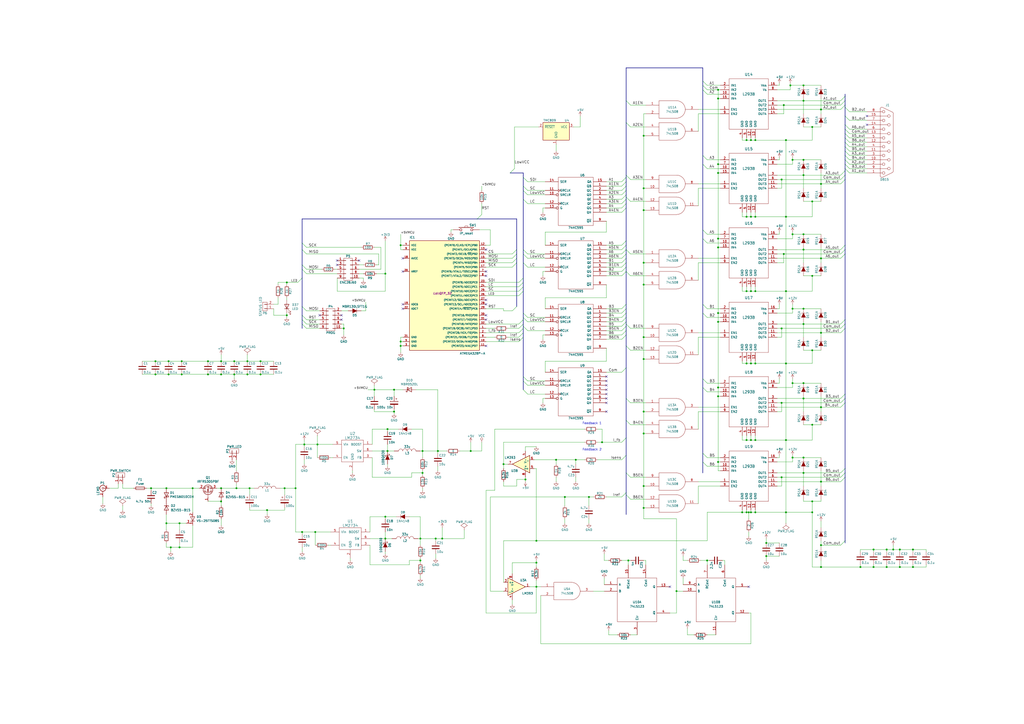
<source format=kicad_sch>
(kicad_sch (version 20211123) (generator eeschema)
  (paper "A2")
  (junction (at 476.25 236.22))
  (junction (at 111.76 283.21))
  (junction (at 444.5 314.96))
  (junction (at 416.56 138.43))
  (junction (at 175.26 308.61))
  (junction (at 322.58 266.7))
  (junction (at 438.15 297.18))
  (junction (at 166.37 163.83))
  (junction (at 96.52 283.21))
  (junction (at 529.59 318.77))
  (junction (at 466.09 101.6))
  (junction (at 476.25 279.4))
  (junction (at 151.13 209.55))
  (junction (at 416.56 52.07))
  (junction (at 217.17 226.06))
  (junction (at 435.61 255.27))
  (junction (at 334.01 266.7))
  (junction (at 466.09 49.53))
  (junction (at 514.35 328.93))
  (junction (at 455.93 255.27))
  (junction (at 455.93 81.28))
  (junction (at 466.09 222.25))
  (junction (at 232.41 198.12))
  (junction (at 416.56 229.87))
  (junction (at 454.66 147.32))
  (junction (at 518.16 318.77))
  (junction (at 349.25 256.54))
  (junction (at 104.14 303.53))
  (junction (at 459.74 265.43))
  (junction (at 90.17 217.17))
  (junction (at 459.74 222.25))
  (junction (at 433.07 210.82))
  (junction (at 373.38 165.1))
  (junction (at 364.49 325.12))
  (junction (at 97.79 209.55))
  (junction (at 341.63 288.29))
  (junction (at 99.06 317.5))
  (junction (at 438.15 81.28))
  (junction (at 466.09 187.96))
  (junction (at 243.84 325.12))
  (junction (at 416.56 143.51))
  (junction (at 466.09 58.42))
  (junction (at 144.78 283.21))
  (junction (at 97.79 217.17))
  (junction (at 459.74 92.71))
  (junction (at 176.53 257.81))
  (junction (at 223.52 158.75))
  (junction (at 453.39 190.5))
  (junction (at 223.52 299.72))
  (junction (at 373.38 195.58))
  (junction (at 435.61 297.18))
  (junction (at 373.38 78.74))
  (junction (at 476.25 149.86))
  (junction (at 232.41 200.66))
  (junction (at 466.09 231.14))
  (junction (at 228.6 238.76))
  (junction (at 224.79 261.62))
  (junction (at 416.56 181.61))
  (junction (at 416.56 100.33))
  (junction (at 430.53 297.18))
  (junction (at 137.16 283.21))
  (junction (at 476.25 316.23))
  (junction (at 373.38 152.4))
  (junction (at 416.56 95.25))
  (junction (at 184.15 257.81))
  (junction (at 392.43 342.9))
  (junction (at 223.52 312.42))
  (junction (at 128.27 209.55))
  (junction (at 455.93 297.18))
  (junction (at 228.6 226.06))
  (junction (at 459.74 179.07))
  (junction (at 151.13 217.17))
  (junction (at 373.38 109.22))
  (junction (at 433.07 255.27))
  (junction (at 245.11 261.62))
  (junction (at 455.93 210.82))
  (junction (at 96.52 303.53))
  (junction (at 373.38 294.64))
  (junction (at 243.84 312.42))
  (junction (at 466.09 265.43))
  (junction (at 471.17 116.84))
  (junction (at 476.25 193.04))
  (junction (at 476.25 63.5))
  (junction (at 245.11 274.32))
  (junction (at 90.17 209.55))
  (junction (at 154.94 295.91))
  (junction (at 224.79 248.92))
  (junction (at 128.27 290.83))
  (junction (at 128.27 217.17))
  (junction (at 182.88 308.61))
  (junction (at 453.39 233.68))
  (junction (at 454.66 60.96))
  (junction (at 304.8 278.13))
  (junction (at 476.25 328.93))
  (junction (at 373.38 238.76))
  (junction (at 135.89 209.55))
  (junction (at 435.61 125.73))
  (junction (at 466.09 144.78))
  (junction (at 373.38 281.94))
  (junction (at 373.38 251.46))
  (junction (at 254 261.62))
  (junction (at 453.39 104.14))
  (junction (at 438.15 210.82))
  (junction (at 466.09 274.32))
  (junction (at 466.09 179.07))
  (junction (at 438.15 168.91))
  (junction (at 128.27 283.21))
  (junction (at 273.05 261.62))
  (junction (at 327.66 288.29))
  (junction (at 458.47 49.53))
  (junction (at 171.45 283.21))
  (junction (at 252.73 312.42))
  (junction (at 373.38 208.28))
  (junction (at 444.5 322.58))
  (junction (at 135.89 217.17))
  (junction (at 143.51 217.17))
  (junction (at 521.97 318.77))
  (junction (at 433.07 125.73))
  (junction (at 438.15 125.73))
  (junction (at 455.93 125.73))
  (junction (at 529.59 328.93))
  (junction (at 453.39 276.86))
  (junction (at 433.07 297.18))
  (junction (at 455.93 168.91))
  (junction (at 416.56 224.79))
  (junction (at 514.35 318.77))
  (junction (at 373.38 121.92))
  (junction (at 416.56 186.69))
  (junction (at 311.15 340.36))
  (junction (at 466.09 92.71))
  (junction (at 506.73 318.77))
  (junction (at 435.61 210.82))
  (junction (at 499.11 328.93))
  (junction (at 434.34 297.18))
  (junction (at 435.61 81.28))
  (junction (at 199.39 190.5))
  (junction (at 433.07 81.28))
  (junction (at 506.73 328.93))
  (junction (at 416.56 267.97))
  (junction (at 416.56 57.15))
  (junction (at 256.54 312.42))
  (junction (at 105.41 217.17))
  (junction (at 120.65 209.55))
  (junction (at 87.63 283.21))
  (junction (at 471.17 297.18))
  (junction (at 438.15 255.27))
  (junction (at 521.97 328.93))
  (junction (at 471.17 203.2))
  (junction (at 292.1 269.24))
  (junction (at 105.41 209.55))
  (junction (at 471.17 160.02))
  (junction (at 165.1 283.21))
  (junction (at 466.09 135.89))
  (junction (at 311.15 326.39))
  (junction (at 471.17 73.66))
  (junction (at 476.25 106.68))
  (junction (at 433.07 168.91))
  (junction (at 471.17 246.38))
  (junction (at 435.61 168.91))
  (junction (at 459.74 135.89))
  (junction (at 471.17 290.83))
  (junction (at 410.21 325.12))
  (junction (at 104.14 317.5))
  (junction (at 120.65 217.17))
  (junction (at 232.41 142.24))
  (junction (at 143.51 209.55))
  (junction (at 311.15 313.69))
  (junction (at 166.37 182.88))
  (no_connect (at 195.58 151.13))
  (no_connect (at 351.79 228.6))
  (no_connect (at 233.68 149.86))
  (no_connect (at 185.42 182.88))
  (no_connect (at 208.28 151.13))
  (no_connect (at 233.68 176.53))
  (no_connect (at 502.92 67.31))
  (no_connect (at 281.94 200.66))
  (no_connect (at 195.58 153.67))
  (no_connect (at 281.94 182.88))
  (no_connect (at 351.79 223.52))
  (no_connect (at 502.92 72.39))
  (no_connect (at 281.94 185.42))
  (no_connect (at 233.68 157.48))
  (no_connect (at 281.94 144.78))
  (no_connect (at 281.94 173.99))
  (no_connect (at 434.34 340.36))
  (no_connect (at 388.62 340.36))
  (no_connect (at 198.12 182.88))
  (no_connect (at 233.68 179.07))
  (no_connect (at 351.79 226.06))
  (no_connect (at 281.94 157.48))
  (no_connect (at 351.79 231.14))
  (no_connect (at 281.94 160.02))
  (no_connect (at 281.94 176.53))
  (no_connect (at 351.79 220.98))
  (no_connect (at 351.79 218.44))
  (no_connect (at 198.12 185.42))
  (no_connect (at 351.79 233.68))
  (no_connect (at 351.79 238.76))
  (bus_entry (at 303.53 181.61) (size 2.54 2.54))
  (bus_entry (at 487.68 106.68) (size 2.54 -2.54))
  (bus_entry (at 303.53 218.44) (size 2.54 2.54))
  (bus_entry (at 363.22 157.48) (size 2.54 2.54))
  (bus_entry (at 490.22 80.01) (size 2.54 2.54))
  (bus_entry (at 490.22 67.31) (size 2.54 2.54))
  (bus_entry (at 487.68 144.78) (size 2.54 -2.54))
  (bus_entry (at 303.53 110.49) (size 2.54 2.54))
  (bus_entry (at 363.22 187.96) (size 2.54 2.54))
  (bus_entry (at 360.68 118.11) (size 2.54 -2.54))
  (bus_entry (at 295.91 100.33) (size 2.54 -2.54))
  (bus_entry (at 303.53 102.87) (size 2.54 2.54))
  (bus_entry (at 487.68 276.86) (size 2.54 -2.54))
  (bus_entry (at 360.68 189.23) (size 2.54 -2.54))
  (bus_entry (at 487.68 104.14) (size 2.54 -2.54))
  (bus_entry (at 363.22 114.3) (size 2.54 2.54))
  (bus_entry (at 297.18 180.34) (size 2.54 -2.54))
  (bus_entry (at 303.53 189.23) (size 2.54 2.54))
  (bus_entry (at 487.68 58.42) (size 2.54 -2.54))
  (bus_entry (at 363.22 58.42) (size 2.54 2.54))
  (bus_entry (at 303.53 115.57) (size 2.54 2.54))
  (bus_entry (at 303.53 226.06) (size 2.54 2.54))
  (bus_entry (at 487.68 193.04) (size 2.54 -2.54))
  (bus_entry (at 487.68 233.68) (size 2.54 -2.54))
  (bus_entry (at 360.68 256.54) (size 2.54 -2.54))
  (bus_entry (at 407.67 138.43) (size 2.54 2.54))
  (bus_entry (at 276.86 127) (size 2.54 -2.54))
  (bus_entry (at 490.22 90.17) (size 2.54 2.54))
  (bus_entry (at 407.67 133.35) (size 2.54 2.54))
  (bus_entry (at 360.68 149.86) (size 2.54 -2.54))
  (bus_entry (at 487.68 279.4) (size 2.54 -2.54))
  (bus_entry (at 363.22 231.14) (size 2.54 2.54))
  (bus_entry (at 363.22 71.12) (size 2.54 2.54))
  (bus_entry (at 360.68 107.95) (size 2.54 -2.54))
  (bus_entry (at 360.68 113.03) (size 2.54 -2.54))
  (bus_entry (at 490.22 77.47) (size 2.54 2.54))
  (bus_entry (at 490.22 87.63) (size 2.54 2.54))
  (bus_entry (at 360.68 105.41) (size 2.54 -2.54))
  (bus_entry (at 360.68 184.15) (size 2.54 -2.54))
  (bus_entry (at 300.99 166.37) (size 2.54 -2.54))
  (bus_entry (at 303.53 152.4) (size 2.54 2.54))
  (bus_entry (at 175.26 144.78) (size 2.54 2.54))
  (bus_entry (at 175.26 187.96) (size 2.54 2.54))
  (bus_entry (at 175.26 185.42) (size 2.54 2.54))
  (bus_entry (at 487.68 147.32) (size 2.54 -2.54))
  (bus_entry (at 297.18 147.32) (size 2.54 -2.54))
  (bus_entry (at 490.22 85.09) (size 2.54 2.54))
  (bus_entry (at 297.18 152.4) (size 2.54 -2.54))
  (bus_entry (at 303.53 107.95) (size 2.54 2.54))
  (bus_entry (at 300.99 193.04) (size 2.54 -2.54))
  (bus_entry (at 360.68 194.31) (size 2.54 -2.54))
  (bus_entry (at 490.22 97.79) (size 2.54 2.54))
  (bus_entry (at 487.68 60.96) (size 2.54 -2.54))
  (bus_entry (at 490.22 62.23) (size 2.54 2.54))
  (bus_entry (at 303.53 147.32) (size 2.54 2.54))
  (bus_entry (at 363.22 287.02) (size 2.54 2.54))
  (bus_entry (at 172.72 163.83) (size 2.54 -2.54))
  (bus_entry (at 487.68 63.5) (size 2.54 -2.54))
  (bus_entry (at 175.26 156.21) (size 2.54 2.54))
  (bus_entry (at 407.67 262.89) (size 2.54 2.54))
  (bus_entry (at 300.99 195.58) (size 2.54 -2.54))
  (bus_entry (at 303.53 144.78) (size 2.54 2.54))
  (bus_entry (at 175.26 153.67) (size 2.54 2.54))
  (bus_entry (at 300.99 163.83) (size 2.54 -2.54))
  (bus_entry (at 487.68 190.5) (size 2.54 -2.54))
  (bus_entry (at 360.68 157.48) (size 2.54 -2.54))
  (bus_entry (at 360.68 152.4) (size 2.54 -2.54))
  (bus_entry (at 300.99 168.91) (size 2.54 -2.54))
  (bus_entry (at 303.53 220.98) (size 2.54 2.54))
  (bus_entry (at 360.68 196.85) (size 2.54 -2.54))
  (bus_entry (at 175.26 182.88) (size 2.54 2.54))
  (bus_entry (at 487.68 149.86) (size 2.54 -2.54))
  (bus_entry (at 360.68 144.78) (size 2.54 -2.54))
  (bus_entry (at 360.68 120.65) (size 2.54 -2.54))
  (bus_entry (at 360.68 181.61) (size 2.54 -2.54))
  (bus_entry (at 490.22 82.55) (size 2.54 2.54))
  (bus_entry (at 487.68 231.14) (size 2.54 -2.54))
  (bus_entry (at 490.22 92.71) (size 2.54 2.54))
  (bus_entry (at 360.68 147.32) (size 2.54 -2.54))
  (bus_entry (at 297.18 154.94) (size 2.54 -2.54))
  (bus_entry (at 300.99 187.96) (size 2.54 -2.54))
  (bus_entry (at 487.68 316.23) (size 2.54 -2.54))
  (bus_entry (at 407.67 52.07) (size 2.54 2.54))
  (bus_entry (at 303.53 184.15) (size 2.54 2.54))
  (bus_entry (at 360.68 123.19) (size 2.54 -2.54))
  (bus_entry (at 363.22 144.78) (size 2.54 2.54))
  (bus_entry (at 360.68 110.49) (size 2.54 -2.54))
  (bus_entry (at 175.26 177.8) (size 2.54 2.54))
  (bus_entry (at 407.67 49.53) (size 2.54 2.54))
  (bus_entry (at 363.22 101.6) (size 2.54 2.54))
  (bus_entry (at 487.68 187.96) (size 2.54 -2.54))
  (bus_entry (at 175.26 140.97) (size 2.54 2.54))
  (bus_entry (at 360.68 142.24) (size 2.54 -2.54))
  (bus_entry (at 490.22 74.93) (size 2.54 2.54))
  (bus_entry (at 407.67 181.61) (size 2.54 2.54))
  (bus_entry (at 360.68 115.57) (size 2.54 -2.54))
  (bus_entry (at 360.68 266.7) (size 2.54 -2.54))
  (bus_entry (at 360.68 215.9) (size 2.54 -2.54))
  (bus_entry (at 300.99 190.5) (size 2.54 -2.54))
  (bus_entry (at 360.68 191.77) (size 2.54 -2.54))
  (bus_entry (at 407.67 90.17) (size 2.54 2.54))
  (bus_entry (at 363.22 200.66) (size 2.54 2.54))
  (bus_entry (at 407.67 219.71) (size 2.54 2.54))
  (bus_entry (at 300.99 198.12) (size 2.54 -2.54))
  (bus_entry (at 487.68 274.32) (size 2.54 -2.54))
  (bus_entry (at 487.68 101.6) (size 2.54 -2.54))
  (bus_entry (at 363.22 243.84) (size 2.54 2.54))
  (bus_entry (at 487.68 236.22) (size 2.54 -2.54))
  (bus_entry (at 363.22 274.32) (size 2.54 2.54))
  (bus_entry (at 407.67 267.97) (size 2.54 2.54))
  (bus_entry (at 300.99 171.45) (size 2.54 -2.54))
  (bus_entry (at 360.68 186.69) (size 2.54 -2.54))
  (bus_entry (at 407.67 95.25) (size 2.54 2.54))
  (bus_entry (at 490.22 95.25) (size 2.54 2.54))
  (bus_entry (at 360.68 154.94) (size 2.54 -2.54))
  (bus_entry (at 490.22 72.39) (size 2.54 2.54))
  (bus_entry (at 407.67 176.53) (size 2.54 2.54))
  (bus_entry (at 297.18 149.86) (size 2.54 -2.54))
  (bus_entry (at 360.68 179.07) (size 2.54 -2.54))
  (bus_entry (at 407.67 224.79) (size 2.54 2.54))
  (bus_entry (at 407.67 46.99) (size 2.54 2.54))
  (bus_entry (at 360.68 288.29) (size 2.54 -2.54))
  (bus_entry (at 360.68 160.02) (size 2.54 -2.54))
  (wire (pts (xy 416.56 143.51) (xy 416.56 181.61)))
  (wire (pts (xy 217.17 226.06) (xy 217.17 229.87)))
  (wire (pts (xy 351.79 209.55) (xy 316.23 209.55)))
  (wire (pts (xy 466.09 186.69) (xy 466.09 187.96)))
  (wire (pts (xy 287.02 248.92) (xy 339.09 248.92)))
  (wire (pts (xy 218.44 158.75) (xy 223.52 158.75)))
  (wire (pts (xy 466.09 187.96) (xy 466.09 195.58)))
  (bus (pts (xy 175.26 185.42) (xy 175.26 187.96)))
  (wire (pts (xy 435.61 255.27) (xy 438.15 255.27)))
  (wire (pts (xy 373.38 195.58) (xy 374.65 195.58)))
  (wire (pts (xy 373.38 238.76) (xy 374.65 238.76)))
  (wire (pts (xy 351.79 120.65) (xy 360.68 120.65)))
  (wire (pts (xy 252.73 321.31) (xy 252.73 323.85)))
  (wire (pts (xy 245.11 248.92) (xy 245.11 261.62)))
  (wire (pts (xy 471.17 81.28) (xy 471.17 73.66)))
  (wire (pts (xy 261.62 133.35) (xy 262.89 133.35)))
  (wire (pts (xy 351.79 110.49) (xy 360.68 110.49)))
  (wire (pts (xy 243.84 312.42) (xy 252.73 312.42)))
  (bus (pts (xy 303.53 185.42) (xy 303.53 187.96)))
  (wire (pts (xy 299.72 281.94) (xy 299.72 278.13)))
  (wire (pts (xy 233.68 198.12) (xy 232.41 198.12)))
  (wire (pts (xy 137.16 280.67) (xy 137.16 283.21)))
  (wire (pts (xy 71.12 293.37) (xy 71.12 295.91)))
  (wire (pts (xy 322.58 266.7) (xy 334.01 266.7)))
  (wire (pts (xy 128.27 293.37) (xy 128.27 290.83)))
  (wire (pts (xy 269.24 312.42) (xy 269.24 307.34)))
  (bus (pts (xy 490.22 274.32) (xy 490.22 276.86)))
  (wire (pts (xy 341.63 293.37) (xy 341.63 288.29)))
  (wire (pts (xy 416.56 95.25) (xy 417.83 95.25)))
  (wire (pts (xy 450.85 222.25) (xy 452.12 222.25)))
  (bus (pts (xy 175.26 153.67) (xy 175.26 156.21)))
  (wire (pts (xy 471.17 73.66) (xy 476.25 73.66)))
  (wire (pts (xy 410.21 92.71) (xy 417.83 92.71)))
  (wire (pts (xy 365.76 246.38) (xy 374.65 246.38)))
  (wire (pts (xy 306.07 223.52) (xy 316.23 223.52)))
  (bus (pts (xy 490.22 92.71) (xy 490.22 95.25)))
  (wire (pts (xy 199.39 190.5) (xy 199.39 194.31)))
  (wire (pts (xy 316.23 209.55) (xy 316.23 215.9)))
  (wire (pts (xy 223.52 320.04) (xy 223.52 321.31)))
  (wire (pts (xy 373.38 165.1) (xy 373.38 195.58)))
  (wire (pts (xy 417.83 227.33) (xy 410.21 227.33)))
  (wire (pts (xy 219.71 153.67) (xy 219.71 147.32)))
  (wire (pts (xy 410.21 54.61) (xy 417.83 54.61)))
  (wire (pts (xy 314.96 160.02) (xy 314.96 157.48)))
  (wire (pts (xy 63.5 283.21) (xy 68.58 283.21)))
  (wire (pts (xy 450.85 58.42) (xy 466.09 58.42)))
  (wire (pts (xy 281.94 187.96) (xy 300.99 187.96)))
  (wire (pts (xy 435.61 297.18) (xy 438.15 297.18)))
  (wire (pts (xy 111.76 297.18) (xy 111.76 283.21)))
  (wire (pts (xy 514.35 327.66) (xy 514.35 328.93)))
  (wire (pts (xy 111.76 283.21) (xy 115.57 283.21)))
  (wire (pts (xy 281.94 198.12) (xy 300.99 198.12)))
  (wire (pts (xy 430.53 252.73) (xy 430.53 255.27)))
  (wire (pts (xy 314.96 196.85) (xy 314.96 194.31)))
  (wire (pts (xy 306.07 110.49) (xy 316.23 110.49)))
  (wire (pts (xy 476.25 149.86) (xy 487.68 149.86)))
  (wire (pts (xy 195.58 168.91) (xy 223.52 168.91)))
  (bus (pts (xy 363.22 152.4) (xy 363.22 154.94)))
  (wire (pts (xy 184.15 257.81) (xy 184.15 265.43)))
  (wire (pts (xy 459.74 138.43) (xy 450.85 138.43)))
  (wire (pts (xy 374.65 104.14) (xy 365.76 104.14)))
  (bus (pts (xy 490.22 101.6) (xy 490.22 104.14)))
  (wire (pts (xy 476.25 273.05) (xy 476.25 279.4)))
  (wire (pts (xy 327.66 293.37) (xy 327.66 288.29)))
  (wire (pts (xy 105.41 217.17) (xy 120.65 217.17)))
  (wire (pts (xy 314.96 157.48) (xy 316.23 157.48)))
  (wire (pts (xy 476.25 290.83) (xy 476.25 289.56)))
  (bus (pts (xy 407.67 219.71) (xy 407.67 224.79)))
  (wire (pts (xy 332.74 73.66) (xy 336.55 73.66)))
  (wire (pts (xy 171.45 257.81) (xy 176.53 257.81)))
  (wire (pts (xy 459.74 179.07) (xy 459.74 181.61)))
  (wire (pts (xy 297.18 326.39) (xy 311.15 326.39)))
  (wire (pts (xy 452.12 135.89) (xy 452.12 134.62)))
  (wire (pts (xy 316.23 172.72) (xy 316.23 179.07)))
  (wire (pts (xy 518.16 316.23) (xy 518.16 318.77)))
  (bus (pts (xy 363.22 200.66) (xy 363.22 213.36)))
  (wire (pts (xy 433.07 252.73) (xy 433.07 255.27)))
  (wire (pts (xy 466.09 160.02) (xy 471.17 160.02)))
  (wire (pts (xy 351.79 191.77) (xy 360.68 191.77)))
  (wire (pts (xy 435.61 81.28) (xy 438.15 81.28)))
  (wire (pts (xy 162.56 283.21) (xy 165.1 283.21)))
  (bus (pts (xy 363.22 142.24) (xy 363.22 144.78)))
  (bus (pts (xy 490.22 58.42) (xy 490.22 60.96)))
  (wire (pts (xy 466.09 274.32) (xy 487.68 274.32)))
  (wire (pts (xy 223.52 158.75) (xy 223.52 139.7)))
  (wire (pts (xy 450.85 144.78) (xy 466.09 144.78)))
  (wire (pts (xy 416.56 100.33) (xy 417.83 100.33)))
  (bus (pts (xy 363.22 101.6) (xy 363.22 102.87)))
  (wire (pts (xy 455.93 210.82) (xy 455.93 255.27)))
  (wire (pts (xy 223.52 299.72) (xy 229.87 299.72)))
  (wire (pts (xy 311.15 325.12) (xy 311.15 326.39)))
  (wire (pts (xy 405.13 162.56) (xy 405.13 152.4)))
  (wire (pts (xy 99.06 317.5) (xy 104.14 317.5)))
  (bus (pts (xy 276.86 127) (xy 299.72 127)))
  (wire (pts (xy 433.07 210.82) (xy 435.61 210.82)))
  (wire (pts (xy 466.09 100.33) (xy 466.09 101.6)))
  (wire (pts (xy 476.25 279.4) (xy 487.68 279.4)))
  (wire (pts (xy 232.41 198.12) (xy 232.41 200.66)))
  (wire (pts (xy 306.07 118.11) (xy 316.23 118.11)))
  (wire (pts (xy 410.21 179.07) (xy 417.83 179.07)))
  (wire (pts (xy 306.07 220.98) (xy 316.23 220.98)))
  (bus (pts (xy 407.67 52.07) (xy 407.67 90.17)))
  (wire (pts (xy 430.53 209.55) (xy 430.53 210.82)))
  (wire (pts (xy 199.39 190.5) (xy 198.12 190.5)))
  (wire (pts (xy 198.12 180.34) (xy 201.93 180.34)))
  (wire (pts (xy 435.61 297.18) (xy 435.61 295.91)))
  (wire (pts (xy 334.01 266.7) (xy 334.01 269.24)))
  (wire (pts (xy 105.41 209.55) (xy 120.65 209.55)))
  (bus (pts (xy 363.22 149.86) (xy 363.22 152.4)))
  (wire (pts (xy 450.85 135.89) (xy 452.12 135.89)))
  (bus (pts (xy 363.22 39.37) (xy 363.22 58.42)))
  (bus (pts (xy 303.53 189.23) (xy 303.53 190.5)))
  (wire (pts (xy 458.47 52.07) (xy 450.85 52.07)))
  (wire (pts (xy 215.9 276.86) (xy 238.76 276.86)))
  (wire (pts (xy 204.47 273.05) (xy 204.47 274.32)))
  (bus (pts (xy 490.22 97.79) (xy 490.22 99.06)))
  (bus (pts (xy 363.22 194.31) (xy 363.22 200.66)))
  (wire (pts (xy 466.09 187.96) (xy 487.68 187.96)))
  (bus (pts (xy 363.22 39.37) (xy 407.67 39.37)))
  (wire (pts (xy 435.61 209.55) (xy 435.61 210.82)))
  (wire (pts (xy 306.07 147.32) (xy 316.23 147.32)))
  (bus (pts (xy 363.22 115.57) (xy 363.22 118.11)))
  (wire (pts (xy 420.37 325.12) (xy 420.37 327.66)))
  (wire (pts (xy 416.56 186.69) (xy 417.83 186.69)))
  (wire (pts (xy 476.25 100.33) (xy 476.25 106.68)))
  (wire (pts (xy 410.21 49.53) (xy 417.83 49.53)))
  (wire (pts (xy 410.21 368.3) (xy 415.29 368.3)))
  (wire (pts (xy 349.25 256.54) (xy 360.68 256.54)))
  (wire (pts (xy 459.74 181.61) (xy 450.85 181.61)))
  (wire (pts (xy 154.94 295.91) (xy 165.1 295.91)))
  (wire (pts (xy 223.52 308.61) (xy 223.52 312.42)))
  (wire (pts (xy 453.39 195.58) (xy 450.85 195.58)))
  (wire (pts (xy 466.09 116.84) (xy 471.17 116.84)))
  (bus (pts (xy 303.53 220.98) (xy 303.53 226.06)))
  (wire (pts (xy 182.88 316.23) (xy 182.88 308.61)))
  (bus (pts (xy 303.53 147.32) (xy 303.53 152.4)))
  (wire (pts (xy 405.13 66.04) (xy 417.83 66.04)))
  (bus (pts (xy 303.53 166.37) (xy 303.53 168.91)))
  (wire (pts (xy 405.13 281.94) (xy 417.83 281.94)))
  (wire (pts (xy 417.83 140.97) (xy 410.21 140.97)))
  (bus (pts (xy 363.22 107.95) (xy 363.22 110.49)))
  (wire (pts (xy 373.38 325.12) (xy 374.65 325.12)))
  (wire (pts (xy 373.38 78.74) (xy 374.65 78.74)))
  (wire (pts (xy 322.58 269.24) (xy 322.58 266.7)))
  (wire (pts (xy 471.17 116.84) (xy 476.25 116.84)))
  (wire (pts (xy 392.43 355.6) (xy 388.62 355.6)))
  (wire (pts (xy 438.15 210.82) (xy 455.93 210.82)))
  (wire (pts (xy 351.79 107.95) (xy 360.68 107.95)))
  (bus (pts (xy 490.22 67.31) (xy 490.22 72.39)))
  (wire (pts (xy 135.89 209.55) (xy 143.51 209.55)))
  (bus (pts (xy 303.53 110.49) (xy 303.53 115.57)))
  (wire (pts (xy 254 261.62) (xy 254 262.89)))
  (wire (pts (xy 284.48 133.35) (xy 278.13 133.35)))
  (bus (pts (xy 303.53 193.04) (xy 303.53 195.58)))
  (wire (pts (xy 471.17 290.83) (xy 476.25 290.83)))
  (wire (pts (xy 450.85 236.22) (xy 476.25 236.22)))
  (wire (pts (xy 466.09 101.6) (xy 487.68 101.6)))
  (wire (pts (xy 281.94 190.5) (xy 287.02 190.5)))
  (wire (pts (xy 455.93 297.18) (xy 471.17 297.18)))
  (wire (pts (xy 365.76 190.5) (xy 374.65 190.5)))
  (wire (pts (xy 373.38 109.22) (xy 374.65 109.22)))
  (wire (pts (xy 143.51 209.55) (xy 143.51 205.74)))
  (bus (pts (xy 490.22 54.61) (xy 490.22 55.88)))
  (wire (pts (xy 466.09 231.14) (xy 466.09 238.76)))
  (wire (pts (xy 373.38 208.28) (xy 374.65 208.28)))
  (wire (pts (xy 438.15 168.91) (xy 438.15 166.37)))
  (wire (pts (xy 245.11 261.62) (xy 254 261.62)))
  (wire (pts (xy 242.57 312.42) (xy 243.84 312.42)))
  (wire (pts (xy 476.25 106.68) (xy 476.25 109.22)))
  (wire (pts (xy 82.55 217.17) (xy 90.17 217.17)))
  (wire (pts (xy 434.34 297.18) (xy 435.61 297.18)))
  (wire (pts (xy 455.93 125.73) (xy 455.93 168.91)))
  (bus (pts (xy 363.22 102.87) (xy 363.22 105.41)))
  (wire (pts (xy 452.12 314.96) (xy 444.5 314.96)))
  (wire (pts (xy 435.61 123.19) (xy 435.61 125.73)))
  (wire (pts (xy 223.52 312.42) (xy 227.33 312.42)))
  (wire (pts (xy 455.93 81.28) (xy 471.17 81.28)))
  (wire (pts (xy 177.8 180.34) (xy 185.42 180.34)))
  (wire (pts (xy 499.11 327.66) (xy 499.11 328.93)))
  (wire (pts (xy 499.11 328.93) (xy 506.73 328.93)))
  (wire (pts (xy 351.79 149.86) (xy 360.68 149.86)))
  (wire (pts (xy 252.73 312.42) (xy 256.54 312.42)))
  (wire (pts (xy 82.55 209.55) (xy 90.17 209.55)))
  (wire (pts (xy 256.54 312.42) (xy 256.54 306.07)))
  (wire (pts (xy 454.66 152.4) (xy 454.66 147.32)))
  (wire (pts (xy 438.15 255.27) (xy 455.93 255.27)))
  (wire (pts (xy 243.84 299.72) (xy 243.84 312.42)))
  (wire (pts (xy 304.8 259.08) (xy 311.15 259.08)))
  (wire (pts (xy 71.12 280.67) (xy 71.12 283.21)))
  (wire (pts (xy 466.09 58.42) (xy 466.09 66.04)))
  (wire (pts (xy 299.72 278.13) (xy 304.8 278.13)))
  (bus (pts (xy 363.22 191.77) (xy 363.22 194.31)))
  (wire (pts (xy 466.09 274.32) (xy 466.09 281.94)))
  (wire (pts (xy 455.93 168.91) (xy 455.93 210.82)))
  (wire (pts (xy 351.79 113.03) (xy 360.68 113.03)))
  (wire (pts (xy 416.56 267.97) (xy 416.56 273.05)))
  (wire (pts (xy 351.79 184.15) (xy 360.68 184.15)))
  (wire (pts (xy 344.17 342.9) (xy 350.52 342.9)))
  (wire (pts (xy 85.09 283.21) (xy 87.63 283.21)))
  (wire (pts (xy 297.18 347.98) (xy 297.18 350.52)))
  (wire (pts (xy 104.14 317.5) (xy 104.14 314.96)))
  (wire (pts (xy 476.25 63.5) (xy 476.25 66.04)))
  (bus (pts (xy 407.67 262.89) (xy 407.67 267.97)))
  (wire (pts (xy 435.61 210.82) (xy 438.15 210.82)))
  (wire (pts (xy 529.59 327.66) (xy 529.59 328.93)))
  (wire (pts (xy 254 226.06) (xy 254 261.62)))
  (wire (pts (xy 336.55 73.66) (xy 336.55 67.31)))
  (wire (pts (xy 438.15 123.19) (xy 438.15 125.73)))
  (wire (pts (xy 175.26 309.88) (xy 175.26 308.61)))
  (wire (pts (xy 502.92 95.25) (xy 492.76 95.25)))
  (wire (pts (xy 416.56 52.07) (xy 416.56 57.15)))
  (bus (pts (xy 363.22 254) (xy 363.22 264.16)))
  (wire (pts (xy 281.94 154.94) (xy 297.18 154.94)))
  (wire (pts (xy 466.09 273.05) (xy 466.09 274.32)))
  (wire (pts (xy 433.07 125.73) (xy 435.61 125.73)))
  (wire (pts (xy 396.24 325.12) (xy 398.78 325.12)))
  (wire (pts (xy 492.76 77.47) (xy 502.92 77.47)))
  (bus (pts (xy 363.22 147.32) (xy 363.22 149.86)))
  (wire (pts (xy 466.09 135.89) (xy 476.25 135.89)))
  (wire (pts (xy 144.78 295.91) (xy 154.94 295.91)))
  (wire (pts (xy 416.56 100.33) (xy 416.56 138.43)))
  (wire (pts (xy 143.51 209.55) (xy 151.13 209.55)))
  (bus (pts (xy 363.22 113.03) (xy 363.22 114.3)))
  (bus (pts (xy 363.22 154.94) (xy 363.22 157.48)))
  (wire (pts (xy 360.68 325.12) (xy 364.49 325.12)))
  (wire (pts (xy 476.25 328.93) (xy 499.11 328.93)))
  (wire (pts (xy 243.84 323.85) (xy 243.84 325.12)))
  (wire (pts (xy 433.07 209.55) (xy 433.07 210.82)))
  (wire (pts (xy 350.52 325.12) (xy 353.06 325.12)))
  (wire (pts (xy 351.79 186.69) (xy 360.68 186.69)))
  (wire (pts (xy 430.53 210.82) (xy 433.07 210.82)))
  (bus (pts (xy 363.22 287.02) (xy 363.22 298.45)))
  (wire (pts (xy 215.9 248.92) (xy 224.79 248.92)))
  (wire (pts (xy 214.63 299.72) (xy 214.63 308.61)))
  (bus (pts (xy 490.22 99.06) (xy 490.22 101.6)))
  (wire (pts (xy 176.53 266.7) (xy 176.53 269.24)))
  (wire (pts (xy 350.52 339.09) (xy 350.52 335.28)))
  (wire (pts (xy 476.25 236.22) (xy 476.25 238.76)))
  (wire (pts (xy 452.12 265.43) (xy 452.12 264.16)))
  (wire (pts (xy 294.64 269.24) (xy 292.1 269.24)))
  (wire (pts (xy 452.12 179.07) (xy 452.12 176.53)))
  (wire (pts (xy 405.13 106.68) (xy 417.83 106.68)))
  (wire (pts (xy 281.94 163.83) (xy 300.99 163.83)))
  (wire (pts (xy 433.07 80.01) (xy 433.07 81.28)))
  (wire (pts (xy 349.25 248.92) (xy 349.25 256.54)))
  (wire (pts (xy 506.73 328.93) (xy 514.35 328.93)))
  (wire (pts (xy 514.35 320.04) (xy 514.35 318.77)))
  (wire (pts (xy 453.39 190.5) (xy 453.39 195.58)))
  (wire (pts (xy 185.42 190.5) (xy 177.8 190.5)))
  (wire (pts (xy 279.4 261.62) (xy 279.4 256.54)))
  (bus (pts (xy 299.72 152.4) (xy 299.72 177.8)))
  (wire (pts (xy 245.11 274.32) (xy 245.11 275.59)))
  (wire (pts (xy 298.45 97.79) (xy 298.45 73.66)))
  (wire (pts (xy 220.98 156.21) (xy 220.98 143.51)))
  (wire (pts (xy 466.09 222.25) (xy 476.25 222.25)))
  (wire (pts (xy 175.26 317.5) (xy 175.26 320.04)))
  (wire (pts (xy 137.16 283.21) (xy 144.78 283.21)))
  (wire (pts (xy 453.39 238.76) (xy 450.85 238.76)))
  (wire (pts (xy 406.4 325.12) (xy 410.21 325.12)))
  (bus (pts (xy 299.72 144.78) (xy 299.72 147.32)))
  (wire (pts (xy 232.41 135.89) (xy 232.41 142.24)))
  (bus (pts (xy 175.26 127) (xy 276.86 127)))
  (wire (pts (xy 435.61 80.01) (xy 435.61 81.28)))
  (bus (pts (xy 490.22 276.86) (xy 490.22 313.69)))
  (wire (pts (xy 476.25 106.68) (xy 487.68 106.68)))
  (wire (pts (xy 417.83 265.43) (xy 410.21 265.43)))
  (bus (pts (xy 299.72 149.86) (xy 299.72 152.4)))
  (wire (pts (xy 453.39 233.68) (xy 453.39 238.76)))
  (bus (pts (xy 363.22 110.49) (xy 363.22 113.03)))
  (wire (pts (xy 223.52 299.72) (xy 223.52 300.99)))
  (wire (pts (xy 410.21 52.07) (xy 416.56 52.07)))
  (wire (pts (xy 416.56 143.51) (xy 417.83 143.51)))
  (wire (pts (xy 492.76 92.71) (xy 502.92 92.71)))
  (wire (pts (xy 410.21 327.66) (xy 410.21 325.12)))
  (wire (pts (xy 471.17 255.27) (xy 471.17 246.38)))
  (wire (pts (xy 455.93 210.82) (xy 471.17 210.82)))
  (bus (pts (xy 303.53 161.29) (xy 303.53 163.83)))
  (wire (pts (xy 459.74 95.25) (xy 450.85 95.25)))
  (wire (pts (xy 471.17 168.91) (xy 471.17 160.02)))
  (wire (pts (xy 111.76 304.8) (xy 111.76 317.5)))
  (wire (pts (xy 476.25 193.04) (xy 476.25 195.58)))
  (wire (pts (xy 232.41 200.66) (xy 232.41 204.47)))
  (wire (pts (xy 459.74 265.43) (xy 466.09 265.43)))
  (wire (pts (xy 304.8 276.86) (xy 304.8 278.13)))
  (wire (pts (xy 176.53 257.81) (xy 184.15 257.81)))
  (wire (pts (xy 434.34 311.15) (xy 434.34 308.61)))
  (bus (pts (xy 363.22 58.42) (xy 363.22 71.12)))
  (wire (pts (xy 241.3 226.06) (xy 254 226.06)))
  (wire (pts (xy 209.55 180.34) (xy 212.09 180.34)))
  (wire (pts (xy 341.63 300.99) (xy 341.63 303.53)))
  (wire (pts (xy 294.64 190.5) (xy 300.99 190.5)))
  (wire (pts (xy 351.79 196.85) (xy 360.68 196.85)))
  (wire (pts (xy 430.53 297.18) (xy 430.53 295.91)))
  (wire (pts (xy 455.93 255.27) (xy 455.93 297.18)))
  (wire (pts (xy 224.79 261.62) (xy 228.6 261.62)))
  (wire (pts (xy 68.58 283.21) (xy 68.58 280.67)))
  (bus (pts (xy 490.22 85.09) (xy 490.22 87.63)))
  (wire (pts (xy 458.47 48.26) (xy 458.47 49.53)))
  (wire (pts (xy 346.71 266.7) (xy 360.68 266.7)))
  (wire (pts (xy 453.39 104.14) (xy 453.39 109.22)))
  (bus (pts (xy 490.22 233.68) (xy 490.22 271.78)))
  (wire (pts (xy 373.38 281.94) (xy 373.38 294.64)))
  (wire (pts (xy 454.66 60.96) (xy 487.68 60.96)))
  (wire (pts (xy 292.1 313.69) (xy 311.15 313.69)))
  (bus (pts (xy 407.67 138.43) (xy 407.67 176.53)))
  (wire (pts (xy 416.56 138.43) (xy 416.56 143.51)))
  (wire (pts (xy 182.88 308.61) (xy 191.77 308.61)))
  (bus (pts (xy 175.26 182.88) (xy 175.26 185.42)))
  (wire (pts (xy 438.15 297.18) (xy 438.15 295.91)))
  (wire (pts (xy 405.13 279.4) (xy 417.83 279.4)))
  (wire (pts (xy 137.16 273.05) (xy 137.16 266.7)))
  (wire (pts (xy 438.15 297.18) (xy 455.93 297.18)))
  (wire (pts (xy 96.52 283.21) (xy 111.76 283.21)))
  (wire (pts (xy 466.09 144.78) (xy 466.09 152.4)))
  (wire (pts (xy 455.93 81.28) (xy 455.93 125.73)))
  (wire (pts (xy 492.76 74.93) (xy 502.92 74.93)))
  (wire (pts (xy 521.97 327.66) (xy 521.97 328.93)))
  (wire (pts (xy 438.15 209.55) (xy 438.15 210.82)))
  (wire (pts (xy 351.79 134.62) (xy 316.23 134.62)))
  (wire (pts (xy 417.83 57.15) (xy 416.56 57.15)))
  (wire (pts (xy 438.15 80.01) (xy 438.15 81.28)))
  (wire (pts (xy 430.53 80.01) (xy 430.53 81.28)))
  (wire (pts (xy 158.75 182.88) (xy 166.37 182.88)))
  (wire (pts (xy 266.7 261.62) (xy 273.05 261.62)))
  (wire (pts (xy 292.1 269.24) (xy 292.1 271.78)))
  (wire (pts (xy 476.25 229.87) (xy 476.25 236.22)))
  (wire (pts (xy 416.56 138.43) (xy 417.83 138.43)))
  (wire (pts (xy 71.12 283.21) (xy 77.47 283.21)))
  (bus (pts (xy 363.22 189.23) (xy 363.22 191.77)))
  (wire (pts (xy 405.13 193.04) (xy 417.83 193.04)))
  (wire (pts (xy 334.01 276.86) (xy 334.01 279.4)))
  (wire (pts (xy 120.65 290.83) (xy 128.27 290.83)))
  (wire (pts (xy 444.5 322.58) (xy 444.5 325.12)))
  (wire (pts (xy 298.45 73.66) (xy 312.42 73.66)))
  (wire (pts (xy 471.17 246.38) (xy 476.25 246.38)))
  (wire (pts (xy 373.38 294.64) (xy 373.38 300.99)))
  (bus (pts (xy 363.22 179.07) (xy 363.22 181.61)))
  (wire (pts (xy 166.37 163.83) (xy 172.72 163.83)))
  (wire (pts (xy 476.25 193.04) (xy 487.68 193.04)))
  (wire (pts (xy 281.94 147.32) (xy 297.18 147.32)))
  (bus (pts (xy 363.22 118.11) (xy 363.22 120.65)))
  (wire (pts (xy 373.38 152.4) (xy 373.38 165.1)))
  (wire (pts (xy 405.13 119.38) (xy 405.13 109.22)))
  (wire (pts (xy 151.13 217.17) (xy 158.75 217.17)))
  (wire (pts (xy 144.78 287.02) (xy 144.78 283.21)))
  (wire (pts (xy 365.76 233.68) (xy 374.65 233.68)))
  (wire (pts (xy 458.47 49.53) (xy 458.47 52.07)))
  (wire (pts (xy 166.37 181.61) (xy 166.37 182.88)))
  (wire (pts (xy 171.45 257.81) (xy 171.45 283.21)))
  (wire (pts (xy 450.85 104.14) (xy 453.39 104.14)))
  (wire (pts (xy 410.21 313.69) (xy 410.21 297.18)))
  (bus (pts (xy 490.22 142.24) (xy 490.22 144.78)))
  (wire (pts (xy 405.13 149.86) (xy 417.83 149.86)))
  (wire (pts (xy 256.54 312.42) (xy 269.24 312.42)))
  (wire (pts (xy 430.53 166.37) (xy 430.53 168.91)))
  (bus (pts (xy 175.26 140.97) (xy 175.26 144.78)))
  (wire (pts (xy 177.8 158.75) (xy 195.58 158.75)))
  (wire (pts (xy 128.27 304.8) (xy 128.27 300.99)))
  (wire (pts (xy 351.79 144.78) (xy 360.68 144.78)))
  (wire (pts (xy 306.07 149.86) (xy 316.23 149.86)))
  (bus (pts (xy 490.22 185.42) (xy 490.22 187.96)))
  (bus (pts (xy 363.22 274.32) (xy 363.22 285.75)))
  (wire (pts (xy 455.93 168.91) (xy 471.17 168.91)))
  (wire (pts (xy 453.39 190.5) (xy 487.68 190.5)))
  (wire (pts (xy 135.89 217.17) (xy 143.51 217.17)))
  (wire (pts (xy 341.63 288.29) (xy 344.17 288.29)))
  (wire (pts (xy 364.49 325.12) (xy 365.76 325.12)))
  (wire (pts (xy 243.84 334.01) (xy 243.84 335.28)))
  (wire (pts (xy 292.1 281.94) (xy 299.72 281.94)))
  (wire (pts (xy 499.11 320.04) (xy 499.11 318.77)))
  (wire (pts (xy 351.79 118.11) (xy 360.68 118.11)))
  (wire (pts (xy 410.21 184.15) (xy 417.83 184.15)))
  (bus (pts (xy 175.26 187.96) (xy 175.26 190.5)))
  (wire (pts (xy 459.74 176.53) (xy 459.74 179.07)))
  (wire (pts (xy 450.85 63.5) (xy 476.25 63.5)))
  (wire (pts (xy 459.74 222.25) (xy 459.74 224.79)))
  (bus (pts (xy 303.53 184.15) (xy 303.53 185.42)))
  (bus (pts (xy 407.67 49.53) (xy 407.67 52.07)))
  (wire (pts (xy 177.8 143.51) (xy 209.55 143.51)))
  (wire (pts (xy 311.15 326.39) (xy 311.15 328.93)))
  (bus (pts (xy 303.53 144.78) (xy 303.53 147.32)))
  (bus (pts (xy 363.22 139.7) (xy 363.22 142.24)))
  (wire (pts (xy 419.1 325.12) (xy 420.37 325.12)))
  (wire (pts (xy 243.84 312.42) (xy 243.84 316.23)))
  (wire (pts (xy 492.76 80.01) (xy 502.92 80.01)))
  (wire (pts (xy 208.28 156.21) (xy 220.98 156.21)))
  (wire (pts (xy 373.38 300.99) (xy 392.43 300.99)))
  (wire (pts (xy 450.85 276.86) (xy 453.39 276.86)))
  (bus (pts (xy 407.67 267.97) (xy 407.67 274.32)))
  (wire (pts (xy 444.5 322.58) (xy 452.12 322.58)))
  (wire (pts (xy 351.79 128.27) (xy 351.79 134.62)))
  (bus (pts (xy 490.22 313.69) (xy 490.22 314.96)))
  (wire (pts (xy 284.48 133.35) (xy 284.48 142.24)))
  (wire (pts (xy 228.6 238.76) (xy 228.6 240.03)))
  (wire (pts (xy 214.63 316.23) (xy 214.63 327.66)))
  (wire (pts (xy 292.1 279.4) (xy 292.1 281.94)))
  (wire (pts (xy 217.17 238.76) (xy 228.6 238.76)))
  (wire (pts (xy 430.53 125.73) (xy 433.07 125.73)))
  (bus (pts (xy 490.22 147.32) (xy 490.22 185.42)))
  (wire (pts (xy 476.25 325.12) (xy 476.25 328.93)))
  (wire (pts (xy 502.92 90.17) (xy 492.76 90.17)))
  (wire (pts (xy 476.25 302.26) (xy 476.25 306.07)))
  (bus (pts (xy 490.22 55.88) (xy 490.22 58.42)))
  (wire (pts (xy 311.15 355.6) (xy 281.94 355.6)))
  (wire (pts (xy 405.13 76.2) (xy 405.13 66.04)))
  (bus (pts (xy 303.53 100.33) (xy 295.91 100.33)))
  (wire (pts (xy 306.07 186.69) (xy 316.23 186.69)))
  (wire (pts (xy 87.63 283.21) (xy 96.52 283.21)))
  (wire (pts (xy 452.12 92.71) (xy 452.12 91.44)))
  (wire (pts (xy 373.38 66.04) (xy 373.38 78.74)))
  (bus (pts (xy 363.22 181.61) (xy 363.22 184.15)))
  (wire (pts (xy 217.17 226.06) (xy 213.36 226.06)))
  (wire (pts (xy 416.56 181.61) (xy 417.83 181.61)))
  (wire (pts (xy 471.17 160.02) (xy 476.25 160.02)))
  (wire (pts (xy 396.24 342.9) (xy 392.43 342.9)))
  (wire (pts (xy 279.4 118.11) (xy 279.4 124.46)))
  (wire (pts (xy 476.25 143.51) (xy 476.25 149.86)))
  (wire (pts (xy 453.39 233.68) (xy 487.68 233.68)))
  (wire (pts (xy 416.56 229.87) (xy 416.56 267.97)))
  (wire (pts (xy 292.1 337.82) (xy 292.1 313.69)))
  (wire (pts (xy 233.68 200.66) (xy 232.41 200.66)))
  (wire (pts (xy 405.13 195.58) (xy 417.83 195.58)))
  (wire (pts (xy 514.35 318.77) (xy 518.16 318.77)))
  (wire (pts (xy 176.53 257.81) (xy 176.53 259.08)))
  (wire (pts (xy 96.52 307.34) (xy 96.52 303.53)))
  (wire (pts (xy 96.52 303.53) (xy 104.14 303.53)))
  (wire (pts (xy 237.49 299.72) (xy 243.84 299.72)))
  (wire (pts (xy 327.66 303.53) (xy 327.66 300.99)))
  (wire (pts (xy 450.85 149.86) (xy 476.25 149.86)))
  (wire (pts (xy 455.93 297.18) (xy 455.93 303.53)))
  (wire (pts (xy 434.34 300.99) (xy 434.34 297.18)))
  (wire (pts (xy 281.94 179.07) (xy 292.1 179.07)))
  (wire (pts (xy 292.1 256.54) (xy 339.09 256.54)))
  (wire (pts (xy 90.17 209.55) (xy 97.79 209.55)))
  (wire (pts (xy 514.35 328.93) (xy 521.97 328.93)))
  (wire (pts (xy 284.48 342.9) (xy 292.1 342.9)))
  (wire (pts (xy 433.07 81.28) (xy 435.61 81.28)))
  (wire (pts (xy 158.75 176.53) (xy 161.29 176.53)))
  (wire (pts (xy 435.61 373.38) (xy 313.69 373.38)))
  (wire (pts (xy 529.59 320.04) (xy 529.59 318.77)))
  (wire (pts (xy 351.79 105.41) (xy 360.68 105.41)))
  (wire (pts (xy 215.9 261.62) (xy 224.79 261.62)))
  (wire (pts (xy 450.85 265.43) (xy 452.12 265.43)))
  (bus (pts (xy 363.22 184.15) (xy 363.22 186.69)))
  (wire (pts (xy 416.56 267.97) (xy 417.83 267.97)))
  (wire (pts (xy 214.63 327.66) (xy 237.49 327.66)))
  (wire (pts (xy 416.56 273.05) (xy 417.83 273.05)))
  (wire (pts (xy 273.05 261.62) (xy 279.4 261.62)))
  (wire (pts (xy 351.79 189.23) (xy 360.68 189.23)))
  (wire (pts (xy 438.15 125.73) (xy 455.93 125.73)))
  (wire (pts (xy 416.56 57.15) (xy 416.56 95.25)))
  (wire (pts (xy 450.85 179.07) (xy 452.12 179.07)))
  (wire (pts (xy 373.38 208.28) (xy 373.38 238.76)))
  (wire (pts (xy 435.61 355.6) (xy 435.61 373.38)))
  (wire (pts (xy 177.8 156.21) (xy 186.69 156.21)))
  (wire (pts (xy 459.74 92.71) (xy 466.09 92.71)))
  (wire (pts (xy 281.94 355.6) (xy 281.94 284.48)))
  (wire (pts (xy 311.15 313.69) (xy 410.21 313.69)))
  (wire (pts (xy 177.8 187.96) (xy 185.42 187.96)))
  (wire (pts (xy 214.63 299.72) (xy 223.52 299.72)))
  (wire (pts (xy 374.65 116.84) (xy 365.76 116.84)))
  (wire (pts (xy 198.12 187.96) (xy 199.39 187.96)))
  (wire (pts (xy 217.17 143.51) (xy 220.98 143.51)))
  (bus (pts (xy 299.72 147.32) (xy 299.72 149.86)))
  (wire (pts (xy 166.37 182.88) (xy 166.37 184.15)))
  (wire (pts (xy 184.15 257.81) (xy 193.04 257.81)))
  (wire (pts (xy 453.39 276.86) (xy 487.68 276.86)))
  (wire (pts (xy 228.6 226.06) (xy 228.6 229.87)))
  (wire (pts (xy 433.07 297.18) (xy 433.07 295.91)))
  (wire (pts (xy 487.68 316.23) (xy 476.25 316.23)))
  (bus (pts (xy 407.67 39.37) (xy 407.67 46.99)))
  (wire (pts (xy 521.97 328.93) (xy 529.59 328.93)))
  (wire (pts (xy 453.39 109.22) (xy 450.85 109.22)))
  (wire (pts (xy 373.38 195.58) (xy 373.38 208.28)))
  (wire (pts (xy 232.41 142.24) (xy 233.68 142.24)))
  (wire (pts (xy 245.11 283.21) (xy 245.11 284.48)))
  (wire (pts (xy 459.74 92.71) (xy 459.74 95.25)))
  (wire (pts (xy 476.25 186.69) (xy 476.25 193.04)))
  (wire (pts (xy 309.88 271.78) (xy 311.15 271.78)))
  (wire (pts (xy 434.34 355.6) (xy 435.61 355.6)))
  (wire (pts (xy 243.84 261.62) (xy 245.11 261.62)))
  (wire (pts (xy 405.13 63.5) (xy 417.83 63.5)))
  (wire (pts (xy 455.93 125.73) (xy 471.17 125.73)))
  (wire (pts (xy 529.59 328.93) (xy 537.21 328.93)))
  (bus (pts (xy 407.67 176.53) (xy 407.67 181.61)))
  (wire (pts (xy 125.73 283.21) (xy 128.27 283.21)))
  (wire (pts (xy 453.39 281.94) (xy 450.85 281.94)))
  (wire (pts (xy 466.09 265.43) (xy 476.25 265.43)))
  (wire (pts (xy 417.83 270.51) (xy 410.21 270.51)))
  (bus (pts (xy 303.53 100.33) (xy 303.53 102.87)))
  (wire (pts (xy 466.09 179.07) (xy 476.25 179.07)))
  (bus (pts (xy 363.22 285.75) (xy 363.22 287.02)))
  (wire (pts (xy 471.17 290.83) (xy 471.17 297.18)))
  (wire (pts (xy 311.15 340.36) (xy 311.15 336.55)))
  (wire (pts (xy 492.76 82.55) (xy 502.92 82.55)))
  (wire (pts (xy 537.21 328.93) (xy 537.21 327.66)))
  (wire (pts (xy 218.44 153.67) (xy 219.71 153.67)))
  (wire (pts (xy 373.38 152.4) (xy 374.65 152.4)))
  (wire (pts (xy 459.74 134.62) (xy 459.74 135.89)))
  (bus (pts (xy 363.22 157.48) (xy 363.22 176.53)))
  (wire (pts (xy 492.76 64.77) (xy 502.92 64.77)))
  (wire (pts (xy 471.17 297.18) (xy 471.17 328.93)))
  (wire (pts (xy 281.94 152.4) (xy 297.18 152.4)))
  (bus (pts (xy 303.53 218.44) (xy 303.53 220.98)))
  (wire (pts (xy 99.06 317.5) (xy 99.06 320.04)))
  (wire (pts (xy 453.39 104.14) (xy 487.68 104.14)))
  (wire (pts (xy 452.12 222.25) (xy 452.12 219.71)))
  (wire (pts (xy 433.07 168.91) (xy 435.61 168.91)))
  (bus (pts (xy 175.26 161.29) (xy 175.26 177.8)))
  (wire (pts (xy 165.1 283.21) (xy 171.45 283.21)))
  (wire (pts (xy 261.62 134.62) (xy 261.62 133.35)))
  (bus (pts (xy 490.22 80.01) (xy 490.22 82.55)))
  (wire (pts (xy 365.76 289.56) (xy 374.65 289.56)))
  (wire (pts (xy 184.15 252.73) (xy 184.15 257.81)))
  (wire (pts (xy 212.09 175.26) (xy 212.09 180.34)))
  (wire (pts (xy 351.79 147.32) (xy 360.68 147.32)))
  (wire (pts (xy 466.09 231.14) (xy 487.68 231.14)))
  (wire (pts (xy 281.94 168.91) (xy 300.99 168.91)))
  (wire (pts (xy 314.96 120.65) (xy 316.23 120.65)))
  (wire (pts (xy 245.11 273.05) (xy 245.11 274.32)))
  (wire (pts (xy 416.56 224.79) (xy 417.83 224.79)))
  (wire (pts (xy 304.8 278.13) (xy 304.8 279.4)))
  (wire (pts (xy 306.07 154.94) (xy 316.23 154.94)))
  (wire (pts (xy 97.79 217.17) (xy 105.41 217.17)))
  (wire (pts (xy 506.73 327.66) (xy 506.73 328.93)))
  (bus (pts (xy 490.22 187.96) (xy 490.22 190.5)))
  (wire (pts (xy 476.25 57.15) (xy 476.25 63.5)))
  (bus (pts (xy 490.22 104.14) (xy 490.22 142.24)))
  (wire (pts (xy 144.78 283.21) (xy 147.32 283.21)))
  (wire (pts (xy 217.17 237.49) (xy 217.17 238.76)))
  (wire (pts (xy 454.66 66.04) (xy 450.85 66.04)))
  (wire (pts (xy 161.29 176.53) (xy 161.29 172.72)))
  (wire (pts (xy 405.13 236.22) (xy 417.83 236.22)))
  (wire (pts (xy 316.23 105.41) (xy 306.07 105.41)))
  (wire (pts (xy 373.38 251.46) (xy 373.38 281.94)))
  (wire (pts (xy 459.74 219.71) (xy 459.74 222.25)))
  (wire (pts (xy 193.04 265.43) (xy 191.77 265.43)))
  (wire (pts (xy 416.56 229.87) (xy 417.83 229.87)))
  (bus (pts (xy 490.22 62.23) (xy 490.22 67.31)))
  (wire (pts (xy 476.25 149.86) (xy 476.25 152.4)))
  (wire (pts (xy 161.29 165.1) (xy 161.29 163.83)))
  (wire (pts (xy 307.34 340.36) (xy 311.15 340.36)))
  (bus (pts (xy 303.53 181.61) (xy 303.53 184.15)))
  (bus (pts (xy 363.22 187.96) (xy 363.22 189.23)))
  (wire (pts (xy 111.76 317.5) (xy 104.14 317.5)))
  (bus (pts (xy 363.22 114.3) (xy 363.22 115.57)))
  (wire (pts (xy 454.66 147.32) (xy 487.68 147.32)))
  (wire (pts (xy 281.94 171.45) (xy 300.99 171.45)))
  (wire (pts (xy 351.79 181.61) (xy 360.68 181.61)))
  (wire (pts (xy 322.58 276.86) (xy 322.58 279.4)))
  (wire (pts (xy 311.15 271.78) (xy 311.15 313.69)))
  (wire (pts (xy 210.82 158.75) (xy 208.28 158.75)))
  (wire (pts (xy 459.74 224.79) (xy 450.85 224.79)))
  (bus (pts (xy 303.53 115.57) (xy 303.53 144.78)))
  (wire (pts (xy 416.56 186.69) (xy 416.56 224.79)))
  (wire (pts (xy 455.93 255.27) (xy 471.17 255.27)))
  (wire (pts (xy 281.94 284.48) (xy 287.02 284.48)))
  (wire (pts (xy 233.68 226.06) (xy 228.6 226.06)))
  (wire (pts (xy 161.29 163.83) (xy 166.37 163.83)))
  (wire (pts (xy 466.09 144.78) (xy 487.68 144.78)))
  (wire (pts (xy 435.61 168.91) (xy 438.15 168.91)))
  (wire (pts (xy 351.79 157.48) (xy 360.68 157.48)))
  (wire (pts (xy 405.13 292.1) (xy 405.13 281.94)))
  (wire (pts (xy 405.13 152.4) (xy 417.83 152.4)))
  (wire (pts (xy 502.92 69.85) (xy 492.76 69.85)))
  (wire (pts (xy 450.85 106.68) (xy 476.25 106.68)))
  (wire (pts (xy 144.78 294.64) (xy 144.78 295.91)))
  (bus (pts (xy 363.22 144.78) (xy 363.22 147.32)))
  (wire (pts (xy 459.74 91.44) (xy 459.74 92.71)))
  (wire (pts (xy 96.52 317.5) (xy 99.06 317.5)))
  (wire (pts (xy 215.9 265.43) (xy 215.9 276.86)))
  (bus (pts (xy 490.22 74.93) (xy 490.22 77.47)))
  (wire (pts (xy 416.56 95.25) (xy 416.56 100.33)))
  (wire (pts (xy 314.96 194.31) (xy 316.23 194.31)))
  (wire (pts (xy 334.01 266.7) (xy 339.09 266.7)))
  (wire (pts (xy 306.07 184.15) (xy 316.23 184.15)))
  (bus (pts (xy 303.53 163.83) (xy 303.53 166.37)))
  (wire (pts (xy 128.27 217.17) (xy 135.89 217.17)))
  (wire (pts (xy 284.48 288.29) (xy 284.48 342.9)))
  (bus (pts (xy 303.53 195.58) (xy 303.53 218.44)))
  (bus (pts (xy 490.22 190.5) (xy 490.22 228.6)))
  (wire (pts (xy 171.45 308.61) (xy 175.26 308.61)))
  (wire (pts (xy 476.25 236.22) (xy 487.68 236.22)))
  (bus (pts (xy 490.22 231.14) (xy 490.22 233.68)))
  (wire (pts (xy 223.52 168.91) (xy 223.52 158.75)))
  (bus (pts (xy 407.67 46.99) (xy 407.67 49.53)))
  (wire (pts (xy 521.97 318.77) (xy 529.59 318.77)))
  (wire (pts (xy 433.07 123.19) (xy 433.07 125.73)))
  (wire (pts (xy 471.17 125.73) (xy 471.17 116.84)))
  (bus (pts (xy 407.67 133.35) (xy 407.67 138.43)))
  (bus (pts (xy 363.22 231.14) (xy 363.22 243.84)))
  (bus (pts (xy 407.67 95.25) (xy 407.67 133.35)))
  (wire (pts (xy 203.2 323.85) (xy 203.2 325.12)))
  (wire (pts (xy 306.07 113.03) (xy 316.23 113.03)))
  (wire (pts (xy 304.8 261.62) (xy 304.8 259.08)))
  (wire (pts (xy 238.76 248.92) (xy 245.11 248.92)))
  (wire (pts (xy 450.85 101.6) (xy 466.09 101.6)))
  (wire (pts (xy 316.23 134.62) (xy 316.23 142.24)))
  (wire (pts (xy 466.09 58.42) (xy 487.68 58.42)))
  (wire (pts (xy 405.13 238.76) (xy 417.83 238.76)))
  (wire (pts (xy 311.15 340.36) (xy 311.15 355.6)))
  (wire (pts (xy 311.15 340.36) (xy 313.69 340.36)))
  (wire (pts (xy 165.1 295.91) (xy 165.1 294.64)))
  (wire (pts (xy 346.71 256.54) (xy 349.25 256.54)))
  (wire (pts (xy 351.79 115.57) (xy 360.68 115.57)))
  (wire (pts (xy 87.63 292.1) (xy 87.63 293.37)))
  (wire (pts (xy 238.76 274.32) (xy 245.11 274.32)))
  (wire (pts (xy 224.79 269.24) (xy 224.79 270.51)))
  (wire (pts (xy 232.41 144.78) (xy 233.68 144.78)))
  (wire (pts (xy 373.38 294.64) (xy 374.65 294.64)))
  (wire (pts (xy 243.84 325.12) (xy 243.84 326.39)))
  (wire (pts (xy 450.85 190.5) (xy 453.39 190.5)))
  (wire (pts (xy 410.21 97.79) (xy 417.83 97.79)))
  (wire (pts (xy 374.65 66.04) (xy 373.38 66.04)))
  (wire (pts (xy 351.79 201.93) (xy 351.79 209.55)))
  (wire (pts (xy 292.1 180.34) (xy 297.18 180.34)))
  (wire (pts (xy 154.94 295.91) (xy 154.94 298.45)))
  (wire (pts (xy 450.85 49.53) (xy 452.12 49.53)))
  (wire (pts (xy 373.38 165.1) (xy 374.65 165.1)))
  (bus (pts (xy 299.72 127) (xy 299.72 144.78)))
  (wire (pts (xy 373.38 251.46) (xy 374.65 251.46)))
  (bus (pts (xy 490.22 228.6) (xy 490.22 231.14)))
  (wire (pts (xy 410.21 297.18) (xy 430.53 297.18)))
  (wire (pts (xy 459.74 264.16) (xy 459.74 265.43)))
  (wire (pts (xy 435.61 168.91) (xy 435.61 166.37)))
  (wire (pts (xy 430.53 81.28) (xy 433.07 81.28)))
  (wire (pts (xy 294.64 195.58) (xy 300.99 195.58)))
  (bus (pts (xy 303.53 152.4) (xy 303.53 161.29)))
  (wire (pts (xy 435.61 252.73) (xy 435.61 255.27)))
  (wire (pts (xy 365.76 368.3) (xy 369.57 368.3)))
  (wire (pts (xy 238.76 276.86) (xy 238.76 274.32)))
  (wire (pts (xy 351.79 160.02) (xy 360.68 160.02)))
  (wire (pts (xy 450.85 187.96) (xy 466.09 187.96)))
  (wire (pts (xy 104.14 307.34) (xy 104.14 303.53)))
  (wire (pts (xy 392.43 342.9) (xy 392.43 355.6)))
  (wire (pts (xy 313.69 345.44) (xy 313.69 373.38)))
  (wire (pts (xy 166.37 172.72) (xy 166.37 173.99)))
  (wire (pts (xy 492.76 97.79) (xy 502.92 97.79)))
  (wire (pts (xy 365.76 276.86) (xy 374.65 276.86)))
  (wire (pts (xy 364.49 327.66) (xy 364.49 325.12)))
  (bus (pts (xy 363.22 176.53) (xy 363.22 179.07)))
  (wire (pts (xy 476.25 279.4) (xy 476.25 281.94)))
  (wire (pts (xy 171.45 283.21) (xy 171.45 308.61)))
  (bus (pts (xy 175.26 144.78) (xy 175.26 153.67)))
  (wire (pts (xy 224.79 257.81) (xy 224.79 261.62)))
  (wire (pts (xy 297.18 332.74) (xy 297.18 326.39)))
  (wire (pts (xy 433.07 255.27) (xy 435.61 255.27)))
  (wire (pts (xy 215.9 248.92) (xy 215.9 257.81)))
  (wire (pts (xy 430.53 297.18) (xy 433.07 297.18)))
  (wire (pts (xy 252.73 313.69) (xy 252.73 312.42)))
  (wire (pts (xy 438.15 81.28) (xy 455.93 81.28)))
  (wire (pts (xy 306.07 191.77) (xy 316.23 191.77)))
  (wire (pts (xy 466.09 246.38) (xy 471.17 246.38)))
  (wire (pts (xy 466.09 101.6) (xy 466.09 109.22)))
  (bus (pts (xy 363.22 120.65) (xy 363.22 139.7)))
  (bus (pts (xy 303.53 102.87) (xy 303.53 107.95)))
  (wire (pts (xy 351.79 179.07) (xy 360.68 179.07)))
  (wire (pts (xy 210.82 161.29) (xy 210.82 162.56)))
  (wire (pts (xy 373.38 281.94) (xy 374.65 281.94)))
  (wire (pts (xy 165.1 283.21) (xy 165.1 287.02)))
  (wire (pts (xy 518.16 318.77) (xy 521.97 318.77)))
  (wire (pts (xy 199.39 187.96) (xy 199.39 190.5)))
  (wire (pts (xy 506.73 318.77) (xy 514.35 318.77)))
  (wire (pts (xy 281.94 195.58) (xy 287.02 195.58)))
  (wire (pts (xy 499.11 318.77) (xy 506.73 318.77)))
  (bus (pts (xy 175.26 177.8) (xy 175.26 182.88)))
  (bus (pts (xy 175.26 156.21) (xy 175.26 161.29)))
  (wire (pts (xy 228.6 237.49) (xy 228.6 238.76)))
  (bus (pts (xy 303.53 168.91) (xy 303.53 181.61)))
  (wire (pts (xy 398.78 364.49) (xy 398.78 368.3)))
  (wire (pts (xy 281.94 166.37) (xy 300.99 166.37)))
  (bus (pts (xy 363.22 186.69) (xy 363.22 187.96)))
  (wire (pts (xy 273.05 261.62) (xy 273.05 256.54)))
  (wire (pts (xy 284.48 142.24) (xy 281.94 142.24)))
  (wire (pts (xy 373.38 238.76) (xy 373.38 251.46)))
  (wire (pts (xy 232.41 142.24) (xy 232.41 144.78)))
  (bus (pts (xy 490.22 95.25) (xy 490.22 97.79)))
  (wire (pts (xy 191.77 316.23) (xy 190.5 316.23)))
  (wire (pts (xy 373.38 78.74) (xy 373.38 109.22)))
  (wire (pts (xy 459.74 135.89) (xy 459.74 138.43)))
  (wire (pts (xy 521.97 320.04) (xy 521.97 318.77)))
  (wire (pts (xy 450.85 193.04) (xy 476.25 193.04)))
  (wire (pts (xy 466.09 289.56) (xy 466.09 290.83)))
  (wire (pts (xy 476.25 63.5) (xy 487.68 63.5)))
  (bus (pts (xy 303.53 187.96) (xy 303.53 189.23)))
  (wire (pts (xy 309.88 266.7) (xy 322.58 266.7)))
  (wire (pts (xy 120.65 217.17) (xy 128.27 217.17)))
  (wire (pts (xy 194.31 156.21) (xy 195.58 156.21)))
  (wire (pts (xy 529.59 318.77) (xy 537.21 318.77)))
  (bus (pts (xy 490.22 90.17) (xy 490.22 92.71)))
  (bus (pts (xy 363.22 213.36) (xy 363.22 231.14)))
  (wire (pts (xy 177.8 147.32) (xy 219.71 147.32)))
  (wire (pts (xy 398.78 368.3) (xy 402.59 368.3)))
  (wire (pts (xy 214.63 312.42) (xy 223.52 312.42)))
  (wire (pts (xy 416.56 224.79) (xy 416.56 229.87)))
  (wire (pts (xy 314.96 231.14) (xy 316.23 231.14)))
  (wire (pts (xy 365.76 147.32) (xy 374.65 147.32)))
  (wire (pts (xy 232.41 195.58) (xy 232.41 198.12)))
  (wire (pts (xy 224.79 248.92) (xy 231.14 248.92)))
  (bus (pts (xy 303.53 107.95) (xy 303.53 110.49)))
  (wire (pts (xy 185.42 185.42) (xy 177.8 185.42)))
  (wire (pts (xy 417.83 135.89) (xy 410.21 135.89)))
  (wire (pts (xy 135.89 217.17) (xy 135.89 219.71)))
  (wire (pts (xy 284.48 288.29) (xy 327.66 288.29)))
  (bus (pts (xy 490.22 77.47) (xy 490.22 80.01)))
  (wire (pts (xy 459.74 267.97) (xy 450.85 267.97)))
  (wire (pts (xy 471.17 203.2) (xy 476.25 203.2)))
  (wire (pts (xy 351.79 152.4) (xy 360.68 152.4)))
  (wire (pts (xy 466.09 57.15) (xy 466.09 58.42)))
  (wire (pts (xy 450.85 60.96) (xy 454.66 60.96)))
  (wire (pts (xy 438.15 252.73) (xy 438.15 255.27)))
  (wire (pts (xy 466.09 290.83) (xy 471.17 290.83)))
  (bus (pts (xy 490.22 87.63) (xy 490.22 90.17)))
  (wire (pts (xy 104.14 303.53) (xy 107.95 303.53)))
  (wire (pts (xy 537.21 318.77) (xy 537.21 320.04)))
  (wire (pts (xy 314.96 123.19) (xy 314.96 120.65)))
  (wire (pts (xy 405.13 248.92) (xy 405.13 238.76)))
  (wire (pts (xy 292.1 179.07) (xy 292.1 180.34)))
  (wire (pts (xy 416.56 52.07) (xy 417.83 52.07)))
  (wire (pts (xy 430.53 123.19) (xy 430.53 125.73)))
  (wire (pts (xy 351.79 215.9) (xy 360.68 215.9)))
  (wire (pts (xy 350.52 321.31) (xy 350.52 325.12)))
  (wire (pts (xy 374.65 325.12) (xy 374.65 327.66)))
  (wire (pts (xy 458.47 49.53) (xy 466.09 49.53)))
  (wire (pts (xy 254 270.51) (xy 254 273.05)))
  (wire (pts (xy 430.53 255.27) (xy 433.07 255.27)))
  (wire (pts (xy 128.27 283.21) (xy 137.16 283.21)))
  (wire (pts (xy 151.13 209.55) (xy 158.75 209.55)))
  (wire (pts (xy 466.09 92.71) (xy 476.25 92.71)))
  (wire (pts (xy 405.13 205.74) (xy 405.13 195.58)))
  (wire (pts (xy 217.17 226.06) (xy 217.17 223.52)))
  (wire (pts (xy 466.09 229.87) (xy 466.09 231.14)))
  (wire (pts (xy 353.06 368.3) (xy 358.14 368.3)))
  (wire (pts (xy 365.76 203.2) (xy 374.65 203.2)))
  (wire (pts (xy 374.65 60.96) (xy 365.76 60.96)))
  (wire (pts (xy 208.28 161.29) (xy 210.82 161.29)))
  (wire (pts (xy 476.25 316.23) (xy 476.25 317.5)))
  (wire (pts (xy 450.85 92.71) (xy 452.12 92.71)))
  (wire (pts (xy 459.74 265.43) (xy 459.74 267.97)))
  (wire (pts (xy 466.09 49.53) (xy 476.25 49.53)))
  (wire (pts (xy 405.13 109.22) (xy 417.83 109.22)))
  (wire (pts (xy 233.68 195.58) (xy 232.41 195.58)))
  (wire (pts (xy 373.38 121.92) (xy 374.65 121.92)))
  (wire (pts (xy 459.74 222.25) (xy 466.09 222.25)))
  (wire (pts (xy 466.09 143.51) (xy 466.09 144.78)))
  (wire (pts (xy 281.94 149.86) (xy 297.18 149.86)))
  (wire (pts (xy 281.94 193.04) (xy 300.99 193.04)))
  (wire (pts (xy 433.07 297.18) (xy 434.34 297.18)))
  (wire (pts (xy 365.76 160.02) (xy 374.65 160.02)))
  (bus (pts (xy 303.53 190.5) (xy 303.53 193.04)))
  (bus (pts (xy 490.22 72.39) (xy 490.22 74.93)))
  (bus (pts (xy 363.22 264.16) (xy 363.22 274.32)))
  (bus (pts (xy 175.26 127) (xy 175.26 140.97)))
  (wire (pts (xy 396.24 322.58) (xy 396.24 325.12)))
  (wire (pts (xy 128.27 209.55) (xy 135.89 209.55)))
  (wire (pts (xy 97.79 209.55) (xy 105.41 209.55)))
  (wire (pts (xy 237.49 327.66) (xy 237.49 325.12)))
  (wire (pts (xy 314.96 233.68) (xy 314.96 231.14)))
  (bus (pts (xy 407.67 224.79) (xy 407.67 262.89)))
  (wire (pts (xy 306.07 228.6) (xy 316.23 228.6)))
  (wire (pts (xy 410.21 325.12) (xy 411.48 325.12)))
  (wire (pts (xy 351.79 154.94) (xy 360.68 154.94)))
  (wire (pts (xy 351.79 194.31) (xy 360.68 194.31)))
  (wire (pts (xy 444.5 312.42) (xy 444.5 314.96)))
  (wire (pts (xy 96.52 314.96) (xy 96.52 317.5)))
  (wire (pts (xy 450.85 152.4) (xy 454.66 152.4)))
  (wire (pts (xy 254 261.62) (xy 259.08 261.62)))
  (wire (pts (xy 245.11 261.62) (xy 245.11 265.43)))
  (bus (pts (xy 490.22 60.96) (xy 490.22 62.23)))
  (wire (pts (xy 430.53 168.91) (xy 433.07 168.91)))
  (bus (pts (xy 363.22 71.12) (xy 363.22 101.6)))
  (wire (pts (xy 143.51 217.17) (xy 151.13 217.17)))
  (wire (pts (xy 292.1 269.24) (xy 292.1 256.54)))
  (bus (pts (xy 407.67 181.61) (xy 407.67 219.71)))
  (wire (pts (xy 476.25 313.69) (xy 476.25 316.23)))
  (wire (pts (xy 435.61 125.73) (xy 438.15 125.73)))
  (wire (pts (xy 346.71 248.92) (xy 349.25 248.92)))
  (wire (pts (xy 195.58 161.29) (xy 195.58 168.91)))
  (wire (pts (xy 450.85 274.32) (xy 466.09 274.32)))
  (bus (pts (xy 490.22 82.55) (xy 490.22 85.09)))
  (wire (pts (xy 417.83 222.25) (xy 410.21 222.25)))
  (wire (pts (xy 471.17 210.82) (xy 471.17 203.2)))
  (wire (pts (xy 158.75 179.07) (xy 158.75 182.88)))
  (wire (pts (xy 459.74 135.89) (xy 466.09 135.89)))
  (wire (pts (xy 351.79 142.24) (xy 360.68 142.24)))
  (wire (pts (xy 208.28 153.67) (xy 210.82 153.67)))
  (wire (pts (xy 506.73 320.04) (xy 506.73 318.77)))
  (wire (pts (xy 502.92 85.09) (xy 492.76 85.09)))
  (wire (pts (xy 450.85 233.68) (xy 453.39 233.68)))
  (wire (pts (xy 224.79 248.92) (xy 224.79 250.19)))
  (wire (pts (xy 392.43 300.99) (xy 392.43 342.9)))
  (wire (pts (xy 365.76 73.66) (xy 374.65 73.66)))
  (wire (pts (xy 322.58 83.82) (xy 322.58 87.63)))
  (wire (pts (xy 396.24 339.09) (xy 396.24 335.28)))
  (bus (pts (xy 490.22 271.78) (xy 490.22 274.32)))
  (wire (pts (xy 450.85 231.14) (xy 466.09 231.14)))
  (wire (pts (xy 450.85 147.32) (xy 454.66 147.32)))
  (wire (pts (xy 433.07 166.37) (xy 433.07 168.91)))
  (wire (pts (xy 120.65 209.55) (xy 128.27 209.55)))
  (wire (pts (xy 452.12 49.53) (xy 452.12 48.26)))
  (bus (pts (xy 363.22 105.41) (xy 363.22 107.95)))
  (wire (pts (xy 59.69 288.29) (xy 59.69 292.1)))
  (wire (pts (xy 373.38 109.22) (xy 373.38 121.92)))
  (wire (pts (xy 351.79 123.19) (xy 360.68 123.19)))
  (bus (pts (xy 490.22 144.78) (xy 490.22 147.32)))
  (wire (pts (xy 492.76 87.63) (xy 502.92 87.63)))
  (wire (pts (xy 87.63 283.21) (xy 87.63 284.48)))
  (wire (pts (xy 351.79 288.29) (xy 360.68 288.29)))
  (wire (pts (xy 466.09 73.66) (xy 471.17 73.66)))
  (wire (pts (xy 90.17 217.17) (xy 97.79 217.17)))
  (wire (pts (xy 176.53 255.27) (xy 176.53 257.81)))
  (wire (pts (xy 471.17 328.93) (xy 476.25 328.93)))
  (wire (pts (xy 502.92 100.33) (xy 492.76 100.33)))
  (wire (pts (xy 287.02 284.48) (xy 287.02 248.92)))
  (wire (pts (xy 228.6 226.06) (xy 217.17 226.06)))
  (wire (pts (xy 327.66 288.29) (xy 341.63 288.29)))
  (bus (pts (xy 407.67 90.17) (xy 407.67 95.25)))
  (wire (pts (xy 351.79 172.72) (xy 316.23 172.72)))
  (wire (pts (xy 466.09 203.2) (xy 471.17 203.2)))
  (wire (pts (xy 237.49 325.12) (xy 243.84 325.12)))
  (wire (pts (xy 351.79 165.1) (xy 351.79 172.72)))
  (bus (pts (xy 363.22 243.84) (xy 363.22 254)))
  (wire (pts (xy 96.52 298.45) (xy 96.52 303.53)))
  (wire (pts (xy 438.15 168.91) (xy 455.93 168.91)))
  (wire (pts (xy 450.85 279.4) (xy 476.25 279.4)))
  (wire (pts (xy 454.66 60.96) (xy 454.66 66.04)))
  (wire (pts (xy 128.27 209.55) (xy 128.27 205.74)))
  (wire (pts (xy 353.06 365.76) (xy 353.06 368.3)))
  (wire (pts (xy 175.26 308.61) (xy 182.88 308.61)))
  (wire (pts (xy 279.4 110.49) (xy 279.4 107.95)))
  (wire (pts (xy 373.38 121.92) (xy 373.38 152.4)))
  (wire (pts (xy 453.39 276.86) (xy 453.39 281.94)))
  (wire (pts (xy 166.37 163.83) (xy 166.37 165.1)))
  (wire (pts (xy 416.56 181.61) (xy 416.56 186.69)))
  (wire (pts (xy 459.74 179.07) (xy 466.09 179.07)))
  (text "Feedback 1" (at 337.82 246.38 0) (effects (font (size 1.27 1.27)) (justify left bottom)))
  (text "Feedback 2" (at 337.82 261.62 0) (effects (font (size 1.27 1.27)) (justify left bottom)))
  (label "A4_out" (at 478.79 106.68 0) (effects (font (size 1.524 1.524))))
  (label "B1EN" (at 367.03 190.5 0) (effects (font (size 1.524 1.524))))
  (label "A2_out" (at 477.52 63.5 0) (effects (font (size 1.524 1.524))))
  (label "A3EN" (at 353.06 118.11 0) (effects (font (size 1.524 1.524))))
  (label "A3_out" (at 494.03 90.17 0) (effects (font (size 1.524 1.524))))
  (label "SC" (at 283.21 168.91 0) (effects (font (size 1.524 1.524))))
  (label "B3_out" (at 494.03 97.79 0) (effects (font (size 1.524 1.524))))
  (label "CS" (at 283.21 147.32 0) (effects (font (size 1.524 1.524))))
  (label "A1" (at 411.48 49.53 0) (effects (font (size 1.524 1.524))))
  (label "A1EN" (at 353.06 107.95 0) (effects (font (size 1.524 1.524))))
  (label "MISO" (at 283.21 152.4 0) (effects (font (size 1.524 1.524))))
  (label "B6_out" (at 494.03 82.55 0) (effects (font (size 1.524 1.524))))
  (label "B3_out" (at 478.79 231.14 0) (effects (font (size 1.524 1.524))))
  (label "A1_out" (at 494.03 100.33 0) (effects (font (size 1.524 1.524))))
  (label "A4EN" (at 353.06 123.19 0) (effects (font (size 1.524 1.524))))
  (label "A4EN" (at 367.03 116.84 0) (effects (font (size 1.524 1.524))))
  (label "B5" (at 411.48 265.43 0) (effects (font (size 1.524 1.524))))
  (label "A5" (at 411.48 135.89 0) (effects (font (size 1.524 1.524))))
  (label "SCK" (at 283.21 154.94 0) (effects (font (size 1.524 1.524))))
  (label "+5VMCU" (at 212.09 175.26 180))
  (label "LED" (at 283.21 171.45 0))
  (label "B3EN" (at 353.06 181.61 0) (effects (font (size 1.524 1.524))))
  (label "A4_out" (at 494.03 85.09 0) (effects (font (size 1.524 1.524))))
  (label "A6EN" (at 367.03 160.02 0) (effects (font (size 1.524 1.524))))
  (label "B2_out" (at 478.79 193.04 0) (effects (font (size 1.524 1.524))))
  (label "A6" (at 353.06 147.32 0) (effects (font (size 1.524 1.524))))
  (label "MOSI" (at 179.07 180.34 0) (effects (font (size 1.524 1.524))))
  (label "LowVCC" (at 307.34 186.69 0) (effects (font (size 1.524 1.524))))
  (label "RST" (at 179.07 185.42 0) (effects (font (size 1.524 1.524))))
  (label "B3" (at 411.48 222.25 0) (effects (font (size 1.524 1.524))))
  (label "B2" (at 411.48 184.15 0) (effects (font (size 1.524 1.524))))
  (label "+5VMCU" (at 213.36 226.06 180))
  (label "A3" (at 411.48 92.71 0) (effects (font (size 1.524 1.524))))
  (label "B4" (at 353.06 184.15 0) (effects (font (size 1.524 1.524))))
  (label "B3" (at 353.06 179.07 0) (effects (font (size 1.524 1.524))))
  (label "A1_out" (at 477.52 58.42 0) (effects (font (size 1.524 1.524))))
  (label "A3" (at 353.06 115.57 0) (effects (font (size 1.524 1.524))))
  (label "B4EN" (at 367.03 246.38 0) (effects (font (size 1.524 1.524))))
  (label "B1_out" (at 494.03 69.85 0) (effects (font (size 1.524 1.524))))
  (label "SC" (at 307.34 220.98 0) (effects (font (size 1.524 1.524))))
  (label "B6EN" (at 367.03 289.56 0) (effects (font (size 1.524 1.524))))
  (label "Com_out" (at 477.52 190.5 0) (effects (font (size 1.524 1.524))))
  (label "A2" (at 411.48 54.61 0) (effects (font (size 1.524 1.524))))
  (label "B1EN" (at 353.06 154.94 0) (effects (font (size 1.524 1.524))))
  (label "A6_out" (at 494.03 74.93 0) (effects (font (size 1.524 1.524))))
  (label "A2_out" (at 494.03 95.25 0) (effects (font (size 1.524 1.524))))
  (label "LC" (at 307.34 118.11 0) (effects (font (size 1.524 1.524))))
  (label "LC" (at 283.21 166.37 0) (effects (font (size 1.524 1.524))))
  (label "LowVCC" (at 307.34 223.52 0) (effects (font (size 1.524 1.524))))
  (label "SC" (at 307.34 184.15 0) (effects (font (size 1.524 1.524))))
  (label "RST" (at 279.4 121.92 0) (effects (font (size 1.524 1.524))))
  (label "Com_out" (at 477.52 104.14 0) (effects (font (size 1.524 1.524))))
  (label "A2EN" (at 367.03 73.66 0) (effects (font (size 1.524 1.524))))
  (label "MOSI" (at 283.21 149.86 0) (effects (font (size 1.524 1.524))))
  (label "Isens" (at 354.33 266.7 0) (effects (font (size 1.524 1.524))))
  (label "B6EN" (at 353.06 196.85 0) (effects (font (size 1.524 1.524))))
  (label "A4" (at 411.48 97.79 0) (effects (font (size 1.524 1.524))))
  (label "MISO" (at 179.07 190.5 0) (effects (font (size 1.524 1.524))))
  (label "A2" (at 353.06 110.49 0) (effects (font (size 1.524 1.524))))
  (label "A5_out" (at 478.79 144.78 0) (effects (font (size 1.524 1.524))))
  (label "LC" (at 307.34 191.77 0) (effects (font (size 1.524 1.524))))
  (label "LowVCC" (at 298.45 95.25 0) (effects (font (size 1.524 1.524))))
  (label "CS" (at 179.07 158.75 0) (effects (font (size 1.524 1.524))))
  (label "Iref" (at 295.91 195.58 0) (effects (font (size 1.524 1.524))))
  (label "Com_out" (at 477.52 147.32 0) (effects (font (size 1.524 1.524))))
  (label "B4EN" (at 353.06 186.69 0) (effects (font (size 1.524 1.524))))
  (label "LowVCC" (at 283.21 187.96 0) (effects (font (size 1.524 1.524))))
  (label "Com_out" (at 477.52 276.86 0) (effects (font (size 1.524 1.524))))
  (label "LC" (at 307.34 228.6 0) (effects (font (size 1.524 1.524))))
  (label "A5" (at 353.06 142.24 0) (effects (font (size 1.524 1.524))))
  (label "RST" (at 283.21 179.07 0) (effects (font (size 1.524 1.524))))
  (label "B5" (at 353.06 189.23 0) (effects (font (size 1.524 1.524))))
  (label "+5VMCU" (at 279.4 107.95 0))
  (label "B2EN" (at 353.06 160.02 0) (effects (font (size 1.524 1.524))))
  (label "B2_out" (at 494.03 64.77 0) (effects (font (size 1.524 1.524))))
  (label "Com_out" (at 477.52 60.96 0) (effects (font (size 1.524 1.524))))
  (label "B5EN" (at 353.06 191.77 0) (effects (font (size 1.524 1.524))))
  (label "+5VMCU" (at 232.41 135.89 0))
  (label "B5_out" (at 494.03 87.63 0) (effects (font (size 1.524 1.524))))
  (label "Com_out" (at 494.03 77.47 0) (effects (font (size 1.524 1.524))))
  (label "B4" (at 411.48 227.33 0) (effects (font (size 1.524 1.524))))
  (label "A5EN" (at 353.06 144.78 0) (effects (font (size 1.524 1.524))))
  (label "A1" (at 353.06 105.41 0) (effects (font (size 1.524 1.524))))
  (label "A2EN" (at 353.06 113.03 0) (effects (font (size 1.524 1.524))))
  (label "Com" (at 411.48 52.07 0) (effects (font (size 1.524 1.524))))
  (label "A6EN" (at 353.06 149.86 0) (effects (font (size 1.524 1.524))))
  (label "SDI" (at 283.21 163.83 0) (effects (font (size 1.524 1.524))))
  (label "SDI" (at 307.34 105.41 0) (effects (font (size 1.524 1.524))))
  (label "Isens" (at 295.91 198.12 0) (effects (font (size 1.524 1.524))))
  (label "Iref" (at 355.6 288.29 0) (effects (font (size 1.524 1.524))))
  (label "B4_out" (at 486.41 236.22 180) (effects (font (size 1.524 1.524))))
  (label "MOSI" (at 179.07 156.21 0) (effects (font (size 1.524 1.524))))
  (label "Com" (at 353.06 215.9 0) (effects (font (size 1.524 1.524))))
  (label "LC" (at 307.34 154.94 0) (effects (font (size 1.524 1.524))))
  (label "SC" (at 307.34 147.32 0) (effects (font (size 1.524 1.524))))
  (label "SCK" (at 179.07 187.96 0) (effects (font (size 1.524 1.524))))
  (label "B3EN" (at 367.03 233.68 0) (effects (font (size 1.524 1.524))))
  (label "SCK" (at 179.07 143.51 0) (effects (font (size 1.524 1.524))))
  (label "A6" (at 411.48 140.97 0) (effects (font (size 1.524 1.524))))
  (label "A1EN" (at 367.03 60.96 0) (effects (font (size 1.524 1.524))))
  (label "B1_out" (at 478.79 187.96 0) (effects (font (size 1.524 1.524))))
  (label "Iref" (at 295.91 190.5 0) (effects (font (size 1.524 1.524))))
  (label "B2" (at 353.06 157.48 0) (effects (font (size 1.524 1.524))))
  (label "B2EN" (at 367.03 203.2 0) (effects (font (size 1.524 1.524))))
  (label "LED" (at 168.91 163.83 0))
  (label "I_fb" (at 355.6 256.54 0) (effects (font (size 1.524 1.524))))
  (label "A5EN" (at 367.03 147.32 0) (effects (font (size 1.524 1.524))))
  (label "SC" (at 307.34 110.49 0) (effects (font (size 1.524 1.524))))
  (label "LowVCC" (at 307.34 149.86 0) (effects (font (size 1.524 1.524))))
  (label "A6_out" (at 478.79 149.86 0) (effects (font (size 1.524 1.524))))
  (label "Com_out" (at 477.52 233.68 0) (effects (font (size 1.524 1.524))))
  (label "B1" (at 353.06 152.4 0) (effects (font (size 1.524 1.524))))
  (label "MISO" (at 179.07 147.32 0) (effects (font (size 1.524 1.524))))
  (label "LowVCC" (at 307.34 113.03 0) (effects (font (size 1.524 1.524))))
  (label "B6_out" (at 478.79 279.4 0) (effects (font (size 1.524 1.524))))
  (label "B6" (at 353.06 194.31 0) (effects (font (size 1.524 1.524))))
  (label "A3_out" (at 478.79 101.6 0) (effects (font (size 1.524 1.524))))
  (label "B4_out" (at 494.03 92.71 0) (effects (font (size 1.524 1.524))))
  (label "B5EN" (at 367.03 276.86 0) (effects (font (size 1.524 1.524))))
  (label "A5_out" (at 494.03 80.01 0) (effects (font (size 1.524 1.524))))
  (label "A3EN" (at 367.03 104.14 0) (effects (font (size 1.524 1.524))))
  (label "Com_out" (at 477.52 316.23 0) (effects (font (size 1.524 1.524))))
  (label "B1" (at 411.48 179.07 0) (effects (font (size 1.524 1.524))))
  (label "B6" (at 411.48 270.51 0) (effects (font (size 1.524 1.524))))
  (label "A4" (at 353.06 120.65 0) (effects (font (size 1.524 1.524))))
  (label "B5_out" (at 478.79 274.32 0) (effects (font (size 1.524 1.524))))
  (label "I_fb" (at 283.21 193.04 0) (effects (font (size 1.524 1.524))))
  (symbol (lib_id "switch_controller-rescue:ATMEGA328P-A") (at 256.54 170.18 0) (unit 1)
    (property "Reference" "IC1" (at 237.49 138.43 0) (effects (justify left bottom)))
    (property "Value" "ATMEGA328P-A" (at 266.7 205.74 0) (effects (justify left bottom)))
    (property "Footprint" "Lol:QFP_32" (at 256.54 170.18 0) (effects (font italic)))
  )
  (symbol (lib_id "switch_controller-rescue:74HC595") (at 334.01 116.84 0) (unit 1)
    (property "Reference" "U6" (at 337.82 101.6 0))
    (property "Value" "74HC595" (at 334.01 132.08 0))
    (property "Footprint" "SMD_Packages:SO-16-N" (effects hide))
  )
  (symbol (lib_id "switch_controller-rescue:74HC595") (at 334.01 153.67 0) (unit 1)
    (property "Reference" "U7" (at 337.82 138.43 0))
    (property "Value" "74HC595" (at 334.01 168.91 0))
    (property "Footprint" "SMD_Packages:SO-16-N" (effects hide))
  )
  (symbol (lib_id "switch_controller-rescue:74HC595") (at 334.01 190.5 0) (unit 1)
    (property "Reference" "U8" (at 337.82 175.26 0))
    (property "Value" "74HC595" (at 334.01 205.74 0))
    (property "Footprint" "SMD_Packages:SO-16-N" (effects hide))
  )
  (symbol (lib_id "switch_controller-rescue:74HC595") (at 334.01 227.33 0) (unit 1)
    (property "Reference" "U9" (at 337.82 212.09 0))
    (property "Value" "74HC595" (at 334.01 242.57 0))
    (property "Footprint" "SMD_Packages:SO-16-N" (effects hide))
  )
  (symbol (lib_id "switch_controller-rescue:74LS08") (at 389.89 63.5 0) (unit 1)
    (property "Reference" "U11" (at 389.89 62.23 0))
    (property "Value" "74LS08" (at 389.89 64.77 0))
    (property "Footprint" "SMD_Packages:SOIC-14_N" (effects hide))
  )
  (symbol (lib_id "switch_controller-rescue:74LS08") (at 389.89 76.2 0) (unit 2)
    (property "Reference" "U11" (at 389.89 74.93 0))
    (property "Value" "74LS08" (at 389.89 77.47 0))
    (property "Footprint" "SMD_Packages:SOIC-14_N" (effects hide))
  )
  (symbol (lib_id "switch_controller-rescue:74LS08") (at 389.89 106.68 0) (unit 3)
    (property "Reference" "U11" (at 389.89 105.41 0))
    (property "Value" "74LS08" (at 389.89 107.95 0))
    (property "Footprint" "SMD_Packages:SOIC-14_N" (effects hide))
  )
  (symbol (lib_id "switch_controller-rescue:74LS08") (at 389.89 119.38 0) (unit 4)
    (property "Reference" "U11" (at 389.89 118.11 0))
    (property "Value" "74LS08" (at 389.89 120.65 0))
    (property "Footprint" "SMD_Packages:SOIC-14_N" (effects hide))
  )
  (symbol (lib_id "switch_controller-rescue:74LS08") (at 389.89 149.86 0) (unit 1)
    (property "Reference" "U12" (at 389.89 148.59 0))
    (property "Value" "74LS08" (at 389.89 151.13 0))
    (property "Footprint" "SMD_Packages:SOIC-14_N" (effects hide))
  )
  (symbol (lib_id "switch_controller-rescue:74LS08") (at 389.89 162.56 0) (unit 2)
    (property "Reference" "U12" (at 389.89 161.29 0))
    (property "Value" "74LS08" (at 389.89 163.83 0))
    (property "Footprint" "SMD_Packages:SOIC-14_N" (effects hide))
  )
  (symbol (lib_id "switch_controller-rescue:74LS08") (at 389.89 193.04 0) (unit 3)
    (property "Reference" "U12" (at 389.89 191.77 0))
    (property "Value" "74LS08" (at 389.89 194.31 0))
    (property "Footprint" "SMD_Packages:SOIC-14_N" (effects hide))
  )
  (symbol (lib_id "switch_controller-rescue:74LS08") (at 389.89 205.74 0) (unit 4)
    (property "Reference" "U12" (at 389.89 204.47 0))
    (property "Value" "74LS08" (at 389.89 207.01 0))
    (property "Footprint" "SMD_Packages:SOIC-14_N" (effects hide))
  )
  (symbol (lib_id "switch_controller-rescue:74LS08") (at 389.89 236.22 0) (unit 1)
    (property "Reference" "U13" (at 389.89 234.95 0))
    (property "Value" "74LS08" (at 389.89 237.49 0))
    (property "Footprint" "SMD_Packages:SOIC-14_N" (effects hide))
  )
  (symbol (lib_id "switch_controller-rescue:74LS08") (at 389.89 248.92 0) (unit 2)
    (property "Reference" "U13" (at 389.89 247.65 0))
    (property "Value" "74LS08" (at 389.89 250.19 0))
    (property "Footprint" "SMD_Packages:SOIC-14_N" (effects hide))
  )
  (symbol (lib_id "switch_controller-rescue:74LS08") (at 389.89 279.4 0) (unit 3)
    (property "Reference" "U13" (at 389.89 278.13 0))
    (property "Value" "74LS08" (at 389.89 280.67 0))
    (property "Footprint" "SMD_Packages:SOIC-14_N" (effects hide))
  )
  (symbol (lib_id "switch_controller-rescue:74LS08") (at 389.89 292.1 0) (unit 4)
    (property "Reference" "U13" (at 389.89 290.83 0))
    (property "Value" "74LS08" (at 389.89 293.37 0))
    (property "Footprint" "SMD_Packages:SOIC-14_N" (effects hide))
  )
  (symbol (lib_id "switch_controller-rescue:L293B") (at 434.34 59.69 0) (unit 1)
    (property "Reference" "U14" (at 434.34 43.18 0) (effects (font (size 1.524 1.524))))
    (property "Value" "L293B" (at 434.34 54.61 0) (effects (font (size 1.524 1.524))))
    (property "Footprint" "Housings_DIP:DIP-16_W7.62mm_LongPads" (effects hide))
  )
  (symbol (lib_id "switch_controller-rescue:L293B") (at 434.34 102.87 0) (unit 1)
    (property "Reference" "U15" (at 434.34 86.36 0) (effects (font (size 1.524 1.524))))
    (property "Value" "L293B" (at 434.34 97.79 0) (effects (font (size 1.524 1.524))))
    (property "Footprint" "Housings_DIP:DIP-16_W7.62mm_LongPads" (effects hide))
  )
  (symbol (lib_id "switch_controller-rescue:L293B") (at 434.34 146.05 0) (unit 1)
    (property "Reference" "U16" (at 434.34 129.54 0) (effects (font (size 1.524 1.524))))
    (property "Value" "L293B" (at 434.34 140.97 0) (effects (font (size 1.524 1.524))))
    (property "Footprint" "Housings_DIP:DIP-16_W7.62mm_LongPads" (effects hide))
  )
  (symbol (lib_id "switch_controller-rescue:L293B") (at 434.34 189.23 0) (unit 1)
    (property "Reference" "U17" (at 434.34 172.72 0) (effects (font (size 1.524 1.524))))
    (property "Value" "L293B" (at 434.34 184.15 0) (effects (font (size 1.524 1.524))))
    (property "Footprint" "Housings_DIP:DIP-16_W7.62mm_LongPads" (effects hide))
  )
  (symbol (lib_id "switch_controller-rescue:L293B") (at 434.34 232.41 0) (unit 1)
    (property "Reference" "U18" (at 434.34 215.9 0) (effects (font (size 1.524 1.524))))
    (property "Value" "L293B" (at 434.34 227.33 0) (effects (font (size 1.524 1.524))))
    (property "Footprint" "Housings_DIP:DIP-16_W7.62mm_LongPads" (effects hide))
  )
  (symbol (lib_id "switch_controller-rescue:L293B") (at 434.34 275.59 0) (unit 1)
    (property "Reference" "U19" (at 434.34 259.08 0) (effects (font (size 1.524 1.524))))
    (property "Value" "L293B" (at 434.34 270.51 0) (effects (font (size 1.524 1.524))))
    (property "Footprint" "Housings_DIP:DIP-16_W7.62mm_LongPads" (effects hide))
  )
  (symbol (lib_id "switch_controller-rescue:R") (at 434.34 304.8 0) (unit 1)
    (property "Reference" "R26" (at 436.372 304.8 90))
    (property "Value" "2" (at 434.34 304.8 90))
    (property "Footprint" "Resistors_SMD:R_1206_HandSoldering" (effects hide))
  )
  (symbol (lib_id "switch_controller-rescue:GND") (at 434.34 311.15 0) (unit 1)
    (property "Reference" "#PWR051" (effects hide))
    (property "Value" "GND" (at 434.34 314.96 0))
  )
  (symbol (lib_id "switch_controller-rescue:TMC809") (at 322.58 76.2 0) (mirror y) (unit 1)
    (property "Reference" "U4" (at 330.2 69.85 0) (effects (justify left)))
    (property "Value" "TMC809" (at 322.58 69.85 0) (effects (justify left)))
    (property "Footprint" "TO_SOT_Packages_SMD:SOT-23" (effects hide))
  )
  (symbol (lib_id "switch_controller-rescue:GND") (at 314.96 123.19 0) (unit 1)
    (property "Reference" "#PWR035" (effects hide))
    (property "Value" "GND" (at 314.96 127 0))
  )
  (symbol (lib_id "switch_controller-rescue:GND") (at 314.96 160.02 0) (unit 1)
    (property "Reference" "#PWR036" (effects hide))
    (property "Value" "GND" (at 314.96 163.83 0))
  )
  (symbol (lib_id "switch_controller-rescue:GND") (at 314.96 196.85 0) (unit 1)
    (property "Reference" "#PWR037" (effects hide))
    (property "Value" "GND" (at 314.96 200.66 0))
  )
  (symbol (lib_id "switch_controller-rescue:GND") (at 314.96 233.68 0) (unit 1)
    (property "Reference" "#PWR038" (effects hide))
    (property "Value" "GND" (at 314.96 237.49 0))
  )
  (symbol (lib_id "switch_controller-rescue:GND") (at 322.58 87.63 0) (unit 1)
    (property "Reference" "#PWR039" (effects hide))
    (property "Value" "GND" (at 322.58 91.44 0))
  )
  (symbol (lib_id "switch_controller-rescue:+5V") (at 336.55 67.31 0) (unit 1)
    (property "Reference" "#PWR043" (effects hide))
    (property "Value" "+5V" (at 336.55 63.754 0))
  )
  (symbol (lib_id "switch_controller-rescue:74LS123") (at 369.57 347.98 0) (unit 1)
    (property "Reference" "U10" (at 369.57 349.25 0))
    (property "Value" "74LS123" (at 369.57 351.79 0))
    (property "Footprint" "SMD_Packages:SO-16-N" (effects hide))
  )
  (symbol (lib_id "switch_controller-rescue:74LS123") (at 415.29 347.98 0) (unit 2)
    (property "Reference" "U10" (at 415.29 349.25 0))
    (property "Value" "74LS123" (at 415.29 351.79 0))
    (property "Footprint" "SMD_Packages:SO-16-N" (effects hide))
  )
  (symbol (lib_id "switch_controller-rescue:R") (at 356.87 325.12 270) (unit 1)
    (property "Reference" "R22" (at 356.87 327.152 90))
    (property "Value" "12k" (at 356.87 325.12 90))
    (property "Footprint" "Resistors_SMD:R_0805_HandSoldering" (effects hide))
  )
  (symbol (lib_id "switch_controller-rescue:R") (at 361.95 368.3 270) (unit 1)
    (property "Reference" "R23" (at 361.95 370.332 90))
    (property "Value" "10k" (at 361.95 368.3 90))
    (property "Footprint" "Resistors_SMD:R_0805_HandSoldering" (effects hide))
  )
  (symbol (lib_id "switch_controller-rescue:R") (at 402.59 325.12 90) (unit 1)
    (property "Reference" "R24" (at 402.59 323.088 90))
    (property "Value" "12k" (at 402.59 325.12 90))
    (property "Footprint" "Resistors_SMD:R_0805_HandSoldering" (effects hide))
  )
  (symbol (lib_id "switch_controller-rescue:C") (at 415.29 325.12 270) (unit 1)
    (property "Reference" "C26" (at 417.83 325.755 0) (effects (justify left)))
    (property "Value" "2.2n" (at 412.75 325.755 0) (effects (justify left)))
    (property "Footprint" "Capacitors_SMD:C_0805_HandSoldering" (effects hide))
  )
  (symbol (lib_id "switch_controller-rescue:C") (at 369.57 325.12 270) (unit 1)
    (property "Reference" "C25" (at 372.11 325.755 0) (effects (justify left)))
    (property "Value" "4n" (at 367.03 325.755 0) (effects (justify left)))
    (property "Footprint" "Capacitors_SMD:C_0805_HandSoldering" (effects hide))
  )
  (symbol (lib_id "switch_controller-rescue:+5V") (at 350.52 321.31 0) (unit 1)
    (property "Reference" "#PWR046" (effects hide))
    (property "Value" "+5V" (at 350.52 317.754 0))
  )
  (symbol (lib_id "switch_controller-rescue:+5V") (at 396.24 322.58 0) (unit 1)
    (property "Reference" "#PWR048" (effects hide))
    (property "Value" "+5V" (at 396.24 319.024 0))
  )
  (symbol (lib_id "switch_controller-rescue:R") (at 406.4 368.3 270) (unit 1)
    (property "Reference" "R25" (at 406.4 370.332 90))
    (property "Value" "10k" (at 406.4 368.3 90))
    (property "Footprint" "Resistors_SMD:R_0805_HandSoldering" (effects hide))
  )
  (symbol (lib_id "switch_controller-rescue:+5V") (at 353.06 365.76 0) (unit 1)
    (property "Reference" "#PWR047" (effects hide))
    (property "Value" "+5V" (at 353.06 362.204 0))
  )
  (symbol (lib_id "switch_controller-rescue:+5V") (at 398.78 364.49 0) (unit 1)
    (property "Reference" "#PWR050" (effects hide))
    (property "Value" "+5V" (at 398.78 360.934 0))
  )
  (symbol (lib_id "switch_controller-rescue:74LS08") (at 328.93 342.9 0) (unit 1)
    (property "Reference" "U5" (at 328.93 341.63 0))
    (property "Value" "74LS08" (at 328.93 344.17 0))
    (property "Footprint" "SMD_Packages:SOIC-14_N" (effects hide))
  )
  (symbol (lib_id "switch_controller-rescue:GND") (at 350.52 335.28 180) (unit 1)
    (property "Reference" "#PWR045" (effects hide))
    (property "Value" "GND" (at 350.52 331.47 0))
  )
  (symbol (lib_id "switch_controller-rescue:LM393") (at 299.72 340.36 0) (unit 1)
    (property "Reference" "U3" (at 303.53 336.55 0))
    (property "Value" "LM393" (at 306.07 344.17 0))
    (property "Footprint" "SMD_Packages:SOIC-8-N" (effects hide))
  )
  (symbol (lib_id "switch_controller-rescue:R") (at 311.15 332.74 180) (unit 1)
    (property "Reference" "R17" (at 309.118 332.74 90))
    (property "Value" "3.3k" (at 311.15 332.74 90))
    (property "Footprint" "Resistors_SMD:R_0805_HandSoldering" (effects hide))
  )
  (symbol (lib_id "switch_controller-rescue:+5V") (at 311.15 325.12 0) (unit 1)
    (property "Reference" "#PWR034" (effects hide))
    (property "Value" "+5V" (at 311.15 321.564 0))
  )
  (symbol (lib_id "switch_controller-rescue:C") (at 341.63 297.18 180) (unit 1)
    (property "Reference" "C24" (at 340.995 299.72 0) (effects (justify left)))
    (property "Value" "4.7u" (at 340.995 294.64 0) (effects (justify left)))
    (property "Footprint" "Capacitors_SMD:C_0805_HandSoldering" (effects hide))
  )
  (symbol (lib_id "switch_controller-rescue:R") (at 347.98 288.29 90) (unit 1)
    (property "Reference" "R21" (at 347.98 286.258 90))
    (property "Value" "2k" (at 347.98 288.29 90))
    (property "Footprint" "Resistors_SMD:R_0805_HandSoldering" (effects hide))
  )
  (symbol (lib_id "switch_controller-rescue:R") (at 327.66 297.18 0) (unit 1)
    (property "Reference" "R19" (at 329.692 297.18 90))
    (property "Value" "2k" (at 327.66 297.18 90))
    (property "Footprint" "Resistors_SMD:R_0805_HandSoldering" (effects hide))
  )
  (symbol (lib_id "switch_controller-rescue:GND") (at 341.63 303.53 0) (unit 1)
    (property "Reference" "#PWR044" (effects hide))
    (property "Value" "GND" (at 341.63 307.34 0))
  )
  (symbol (lib_id "switch_controller-rescue:GND") (at 327.66 303.53 0) (unit 1)
    (property "Reference" "#PWR041" (effects hide))
    (property "Value" "GND" (at 327.66 307.34 0))
  )
  (symbol (lib_id "switch_controller-rescue:CONN_02X05") (at 201.93 156.21 0) (unit 1)
    (property "Reference" "P5" (at 201.93 148.59 0))
    (property "Value" "ENC28J60" (at 201.93 163.83 0))
    (property "Footprint" "Connect:IDC_Header_Straight_10pins" (effects hide))
  )
  (symbol (lib_id "switch_controller-rescue:CONN_02X05") (at 191.77 185.42 0) (unit 1)
    (property "Reference" "P4" (at 191.77 177.8 0))
    (property "Value" "PROG" (at 191.77 193.04 0))
    (property "Footprint" "Connect:IDC_Header_Straight_10pins" (effects hide))
  )
  (symbol (lib_id "switch_controller-rescue:GND") (at 232.41 204.47 0) (unit 1)
    (property "Reference" "#PWR022" (effects hide))
    (property "Value" "GND" (at 232.41 208.28 0))
  )
  (symbol (lib_id "switch_controller-rescue:R") (at 214.63 153.67 90) (unit 1)
    (property "Reference" "R8" (at 214.63 151.638 90))
    (property "Value" "270" (at 214.63 153.67 90))
    (property "Footprint" "Resistors_SMD:R_0805_HandSoldering" (effects hide))
  )
  (symbol (lib_id "switch_controller-rescue:R") (at 214.63 158.75 90) (unit 1)
    (property "Reference" "R9" (at 214.63 161.29 90))
    (property "Value" "10k" (at 214.63 158.75 90))
    (property "Footprint" "Resistors_SMD:R_0805_HandSoldering" (effects hide))
  )
  (symbol (lib_id "switch_controller-rescue:+3.3V") (at 223.52 139.7 0) (unit 1)
    (property "Reference" "#PWR018" (effects hide))
    (property "Value" "+3.3V" (at 223.52 136.144 0))
  )
  (symbol (lib_id "switch_controller-rescue:GND") (at 210.82 162.56 0) (unit 1)
    (property "Reference" "#PWR016" (effects hide))
    (property "Value" "GND" (at 210.82 166.37 0))
  )
  (symbol (lib_id "switch_controller-rescue:GND") (at 199.39 194.31 0) (unit 1)
    (property "Reference" "#PWR013" (effects hide))
    (property "Value" "GND" (at 199.39 198.12 0))
  )
  (symbol (lib_id "switch_controller-rescue:R") (at 279.4 114.3 0) (unit 1)
    (property "Reference" "R15" (at 281.432 114.3 90))
    (property "Value" "10k" (at 279.4 114.3 90))
    (property "Footprint" "Resistors_SMD:R_0805_HandSoldering" (effects hide))
  )
  (symbol (lib_id "switch_controller-rescue:D") (at 205.74 180.34 180) (unit 1)
    (property "Reference" "D5" (at 205.74 182.88 0))
    (property "Value" "MBR130LSFT1G" (at 205.74 177.8 0))
    (property "Footprint" "Diodes_SMD:SOD-123" (effects hide))
  )
  (symbol (lib_id "switch_controller-rescue:+12V") (at 458.47 48.26 0) (unit 1)
    (property "Reference" "#PWR060" (effects hide))
    (property "Value" "+12V" (at 458.47 44.704 0))
  )
  (symbol (lib_id "switch_controller-rescue:+5V") (at 452.12 48.26 0) (unit 1)
    (property "Reference" "#PWR054" (effects hide))
    (property "Value" "+5V" (at 452.12 44.704 0))
  )
  (symbol (lib_id "switch_controller-rescue:+5V") (at 452.12 91.44 0) (unit 1)
    (property "Reference" "#PWR055" (effects hide))
    (property "Value" "+5V" (at 452.12 87.884 0))
  )
  (symbol (lib_id "switch_controller-rescue:+12V") (at 459.74 91.44 0) (unit 1)
    (property "Reference" "#PWR061" (effects hide))
    (property "Value" "+12V" (at 459.74 87.884 0))
  )
  (symbol (lib_id "switch_controller-rescue:+5V") (at 452.12 134.62 0) (unit 1)
    (property "Reference" "#PWR056" (effects hide))
    (property "Value" "+5V" (at 452.12 131.064 0))
  )
  (symbol (lib_id "switch_controller-rescue:+12V") (at 459.74 134.62 0) (unit 1)
    (property "Reference" "#PWR062" (effects hide))
    (property "Value" "+12V" (at 459.74 131.064 0))
  )
  (symbol (lib_id "switch_controller-rescue:+5V") (at 452.12 176.53 0) (unit 1)
    (property "Reference" "#PWR057" (effects hide))
    (property "Value" "+5V" (at 452.12 172.974 0))
  )
  (symbol (lib_id "switch_controller-rescue:+12V") (at 459.74 176.53 0) (unit 1)
    (property "Reference" "#PWR063" (effects hide))
    (property "Value" "+12V" (at 459.74 172.974 0))
  )
  (symbol (lib_id "switch_controller-rescue:+5V") (at 452.12 219.71 0) (unit 1)
    (property "Reference" "#PWR058" (effects hide))
    (property "Value" "+5V" (at 452.12 216.154 0))
  )
  (symbol (lib_id "switch_controller-rescue:+12V") (at 459.74 219.71 0) (unit 1)
    (property "Reference" "#PWR064" (effects hide))
    (property "Value" "+12V" (at 459.74 216.154 0))
  )
  (symbol (lib_id "switch_controller-rescue:+5V") (at 452.12 264.16 0) (unit 1)
    (property "Reference" "#PWR059" (effects hide))
    (property "Value" "+5V" (at 452.12 260.604 0))
  )
  (symbol (lib_id "switch_controller-rescue:+12V") (at 459.74 264.16 0) (unit 1)
    (property "Reference" "#PWR065" (effects hide))
    (property "Value" "+12V" (at 459.74 260.604 0))
  )
  (symbol (lib_id "switch_controller-rescue:D") (at 466.09 53.34 270) (unit 1)
    (property "Reference" "D11" (at 468.63 53.34 0))
    (property "Value" "RS1A" (at 463.55 53.34 0))
    (property "Footprint" "Diodes_SMD:DO-214BA" (effects hide))
  )
  (symbol (lib_id "switch_controller-rescue:D") (at 466.09 69.85 270) (unit 1)
    (property "Reference" "D12" (at 468.63 69.85 0))
    (property "Value" "RS1A" (at 463.55 69.85 0))
    (property "Footprint" "Diodes_SMD:DO-214BA" (effects hide))
  )
  (symbol (lib_id "switch_controller-rescue:D") (at 476.25 53.34 270) (unit 1)
    (property "Reference" "D23" (at 478.79 53.34 0))
    (property "Value" "RS1A" (at 473.71 53.34 0))
    (property "Footprint" "Diodes_SMD:DO-214BA" (effects hide))
  )
  (symbol (lib_id "switch_controller-rescue:D") (at 476.25 69.85 270) (unit 1)
    (property "Reference" "D24" (at 478.79 69.85 0))
    (property "Value" "RS1A" (at 473.71 69.85 0))
    (property "Footprint" "Diodes_SMD:DO-214BA" (effects hide))
  )
  (symbol (lib_id "switch_controller-rescue:D") (at 466.09 96.52 270) (unit 1)
    (property "Reference" "D13" (at 468.63 96.52 0))
    (property "Value" "RS1A" (at 463.55 96.52 0))
    (property "Footprint" "Diodes_SMD:DO-214BA" (effects hide))
  )
  (symbol (lib_id "switch_controller-rescue:D") (at 466.09 113.03 270) (unit 1)
    (property "Reference" "D14" (at 468.63 113.03 0))
    (property "Value" "RS1A" (at 463.55 113.03 0))
    (property "Footprint" "Diodes_SMD:DO-214BA" (effects hide))
  )
  (symbol (lib_id "switch_controller-rescue:D") (at 476.25 96.52 270) (unit 1)
    (property "Reference" "D25" (at 478.79 96.52 0))
    (property "Value" "RS1A" (at 473.71 96.52 0))
    (property "Footprint" "Diodes_SMD:DO-214BA" (effects hide))
  )
  (symbol (lib_id "switch_controller-rescue:D") (at 476.25 113.03 270) (unit 1)
    (property "Reference" "D26" (at 478.79 113.03 0))
    (property "Value" "RS1A" (at 473.71 113.03 0))
    (property "Footprint" "Diodes_SMD:DO-214BA" (effects hide))
  )
  (symbol (lib_id "switch_controller-rescue:D") (at 466.09 139.7 270) (unit 1)
    (property "Reference" "D15" (at 468.63 139.7 0))
    (property "Value" "RS1A" (at 463.55 139.7 0))
    (property "Footprint" "Diodes_SMD:DO-214BA" (effects hide))
  )
  (symbol (lib_id "switch_controller-rescue:D") (at 466.09 156.21 270) (unit 1)
    (property "Reference" "D16" (at 468.63 156.21 0))
    (property "Value" "RS1A" (at 463.55 156.21 0))
    (property "Footprint" "Diodes_SMD:DO-214BA" (effects hide))
  )
  (symbol (lib_id "switch_controller-rescue:D") (at 476.25 139.7 270) (unit 1)
    (property "Reference" "D27" (at 478.79 139.7 0))
    (property "Value" "RS1A" (at 473.71 139.7 0))
    (property "Footprint" "Diodes_SMD:DO-214BA" (effects hide))
  )
  (symbol (lib_id "switch_controller-rescue:D") (at 476.25 156.21 270) (unit 1)
    (property "Reference" "D28" (at 478.79 156.21 0))
    (property "Value" "RS1A" (at 473.71 156.21 0))
    (property "Footprint" "Diodes_SMD:DO-214BA" (effects hide))
  )
  (symbol (lib_id "switch_controller-rescue:D") (at 466.09 182.88 270) (unit 1)
    (property "Reference" "D17" (at 468.63 182.88 0))
    (property "Value" "RS1A" (at 463.55 182.88 0))
    (property "Footprint" "Diodes_SMD:DO-214BA" (effects hide))
  )
  (symbol (lib_id "switch_controller-rescue:D") (at 466.09 199.39 270) (unit 1)
    (property "Reference" "D18" (at 468.63 199.39 0))
    (property "Value" "RS1A" (at 463.55 199.39 0))
    (property "Footprint" "Diodes_SMD:DO-214BA" (effects hide))
  )
  (symbol (lib_id "switch_controller-rescue:D") (at 476.25 182.88 270) (unit 1)
    (property "Reference" "D29" (at 478.79 182.88 0))
    (property "Value" "RS1A" (at 473.71 182.88 0))
    (property "Footprint" "Diodes_SMD:DO-214BA" (effects hide))
  )
  (symbol (lib_id "switch_controller-rescue:D") (at 476.25 199.39 270) (unit 1)
    (property "Reference" "D30" (at 478.79 199.39 0))
    (property "Value" "RS1A" (at 473.71 199.39 0))
    (property "Footprint" "Diodes_SMD:DO-214BA" (effects hide))
  )
  (symbol (lib_id "switch_controller-rescue:D") (at 466.09 226.06 270) (unit 1)
    (property "Reference" "D19" (at 468.63 226.06 0))
    (property "Value" "RS1A" (at 463.55 226.06 0))
    (property "Footprint" "Diodes_SMD:DO-214BA" (effects hide))
  )
  (symbol (lib_id "switch_controller-rescue:D") (at 466.09 242.57 270) (unit 1)
    (property "Reference" "D20" (at 468.63 242.57 0))
    (property "Value" "RS1A" (at 463.55 242.57 0))
    (property "Footprint" "Diodes_SMD:DO-214BA" (effects hide))
  )
  (symbol (lib_id "switch_controller-rescue:D") (at 476.25 226.06 270) (unit 1)
    (property "Reference" "D31" (at 478.79 226.06 0))
    (property "Value" "RS1A" (at 473.71 226.06 0))
    (property "Footprint" "Diodes_SMD:DO-214BA" (effects hide))
  )
  (symbol (lib_id "switch_controller-rescue:D") (at 476.25 242.57 270) (unit 1)
    (property "Reference" "D32" (at 478.79 242.57 0))
    (property "Value" "RS1A" (at 473.71 242.57 0))
    (property "Footprint" "Diodes_SMD:DO-214BA" (effects hide))
  )
  (symbol (lib_id "switch_controller-rescue:D") (at 466.09 269.24 270) (unit 1)
    (property "Reference" "D21" (at 468.63 269.24 0))
    (property "Value" "RS1A" (at 463.55 269.24 0))
    (property "Footprint" "Diodes_SMD:DO-214BA" (effects hide))
  )
  (symbol (lib_id "switch_controller-rescue:D") (at 466.09 285.75 270) (unit 1)
    (property "Reference" "D22" (at 468.63 285.75 0))
    (property "Value" "RS1A" (at 463.55 285.75 0))
    (property "Footprint" "Diodes_SMD:DO-214BA" (effects hide))
  )
  (symbol (lib_id "switch_controller-rescue:D") (at 476.25 269.24 270) (unit 1)
    (property "Reference" "D33" (at 478.79 269.24 0))
    (property "Value" "RS1A" (at 473.71 269.24 0))
    (property "Footprint" "Diodes_SMD:DO-214BA" (effects hide))
  )
  (symbol (lib_id "switch_controller-rescue:D") (at 476.25 285.75 270) (unit 1)
    (property "Reference" "D34" (at 478.79 285.75 0))
    (property "Value" "RS1A" (at 473.71 285.75 0))
    (property "Footprint" "Diodes_SMD:DO-214BA" (effects hide))
  )
  (symbol (lib_id "switch_controller-rescue:D") (at 476.25 309.88 270) (unit 1)
    (property "Reference" "D35" (at 478.79 309.88 0))
    (property "Value" "RS1A" (at 473.71 309.88 0))
    (property "Footprint" "Diodes_SMD:DO-214BA" (effects hide))
  )
  (symbol (lib_id "switch_controller-rescue:D") (at 476.25 321.31 270) (unit 1)
    (property "Reference" "D36" (at 478.79 321.31 0))
    (property "Value" "RS1A" (at 473.71 321.31 0))
    (property "Footprint" "Diodes_SMD:DO-214BA" (effects hide))
  )
  (symbol (lib_id "switch_controller-rescue:+12V") (at 476.25 302.26 0) (unit 1)
    (property "Reference" "#PWR066" (effects hide))
    (property "Value" "+12V" (at 476.25 298.704 0))
  )
  (symbol (lib_id "switch_controller-rescue:SW_PUSH") (at 270.51 133.35 0) (unit 1)
    (property "Reference" "SW1" (at 274.32 130.556 0))
    (property "Value" "IP_reset" (at 270.51 135.382 0))
    (property "Footprint" "Buttons_Switches_ThroughHole:SW_Tactile_SPST_Angled" (effects hide))
  )
  (symbol (lib_id "switch_controller-rescue:GND") (at 261.62 134.62 0) (unit 1)
    (property "Reference" "#PWR028" (effects hide))
    (property "Value" "GND" (at 261.62 138.43 0))
  )
  (symbol (lib_id "switch_controller-rescue:DB15") (at 514.35 82.55 0) (unit 1)
    (property "Reference" "J1" (at 514.858 60.96 0))
    (property "Value" "DB15" (at 513.08 104.14 0))
    (property "Footprint" "Lol:DB15FR" (effects hide))
  )
  (symbol (lib_id "switch_controller-rescue:LM393") (at 302.26 269.24 180) (unit 2)
    (property "Reference" "U3" (at 298.45 273.05 0))
    (property "Value" "LM393" (at 295.91 265.43 0))
    (property "Footprint" "SMD_Packages:SOIC-8-N" (effects hide))
  )
  (symbol (lib_id "switch_controller-rescue:R") (at 342.9 266.7 270) (unit 1)
    (property "Reference" "R20" (at 342.9 268.732 90))
    (property "Value" "2k" (at 342.9 266.7 90))
    (property "Footprint" "Resistors_SMD:R_0805_HandSoldering" (effects hide))
  )
  (symbol (lib_id "switch_controller-rescue:R") (at 322.58 273.05 0) (unit 1)
    (property "Reference" "R18" (at 324.612 273.05 90))
    (property "Value" "1k" (at 322.58 273.05 90))
    (property "Footprint" "Resistors_SMD:R_0805_HandSoldering" (effects hide))
  )
  (symbol (lib_id "switch_controller-rescue:C") (at 334.01 273.05 180) (unit 1)
    (property "Reference" "C23" (at 333.375 275.59 0) (effects (justify left)))
    (property "Value" "4.7u" (at 333.375 270.51 0) (effects (justify left)))
    (property "Footprint" "Capacitors_SMD:C_0805_HandSoldering" (effects hide))
  )
  (symbol (lib_id "switch_controller-rescue:GND") (at 334.01 279.4 0) (unit 1)
    (property "Reference" "#PWR042" (effects hide))
    (property "Value" "GND" (at 334.01 283.21 0))
  )
  (symbol (lib_id "switch_controller-rescue:GND") (at 322.58 279.4 0) (unit 1)
    (property "Reference" "#PWR040" (effects hide))
    (property "Value" "GND" (at 322.58 283.21 0))
  )
  (symbol (lib_id "switch_controller-rescue:PWR_FLAG") (at 143.51 205.74 0) (unit 1)
    (property "Reference" "#FLG02" (effects hide))
    (property "Value" "PWR_FLAG" (at 143.51 201.168 0))
  )
  (symbol (lib_id "switch_controller-rescue:PWR_FLAG") (at 184.15 252.73 0) (unit 1)
    (property "Reference" "#FLG03" (effects hide))
    (property "Value" "PWR_FLAG" (at 184.15 248.158 0))
  )
  (symbol (lib_id "switch_controller-rescue:PWR_FLAG") (at 269.24 307.34 0) (unit 1)
    (property "Reference" "#FLG05" (effects hide))
    (property "Value" "PWR_FLAG" (at 269.24 302.768 0))
  )
  (symbol (lib_id "switch_controller-rescue:GND") (at 311.15 259.08 0) (unit 1)
    (property "Reference" "#PWR033" (effects hide))
    (property "Value" "GND" (at 311.15 262.89 0))
  )
  (symbol (lib_id "switch_controller-rescue:GND") (at 297.18 350.52 0) (unit 1)
    (property "Reference" "#PWR031" (effects hide))
    (property "Value" "GND" (at 297.18 354.33 0))
  )
  (symbol (lib_id "switch_controller-rescue:+5V") (at 304.8 279.4 180) (unit 1)
    (property "Reference" "#PWR032" (effects hide))
    (property "Value" "+5V" (at 304.8 282.956 0))
  )
  (symbol (lib_id "switch_controller-rescue:PWR_FLAG") (at 71.12 293.37 0) (unit 1)
    (property "Reference" "#FLG01" (effects hide))
    (property "Value" "PWR_FLAG" (at 71.12 288.798 0))
  )
  (symbol (lib_id "switch_controller-rescue:GND") (at 71.12 295.91 0) (unit 1)
    (property "Reference" "#PWR02" (effects hide))
    (property "Value" "GND" (at 71.12 299.72 0))
  )
  (symbol (lib_id "switch_controller-rescue:GND") (at 396.24 335.28 180) (unit 1)
    (property "Reference" "#PWR049" (effects hide))
    (property "Value" "GND" (at 396.24 331.47 0))
  )
  (symbol (lib_id "switch_controller-rescue:LM2734") (at 204.47 261.62 0) (unit 1)
    (property "Reference" "U2" (at 204.47 251.46 0) (effects (font (size 1.524 1.524))))
    (property "Value" "LM2734" (at 204.47 254 0) (effects (font (size 1.524 1.524))))
    (property "Footprint" "TO_SOT_Packages_SMD:TSOT-23-6" (effects hide))
  )
  (symbol (lib_id "switch_controller-rescue:BNC") (at 59.69 283.21 0) (mirror y) (unit 1)
    (property "Reference" "P1" (at 59.436 280.162 0))
    (property "Value" "LEMO" (at 56.896 284.734 90))
    (property "Footprint" "Lol:LEMO_00_R" (effects hide))
  )
  (symbol (lib_id "switch_controller-rescue:D_Schottky") (at 224.79 265.43 270) (unit 1)
    (property "Reference" "D7" (at 227.33 265.43 0))
    (property "Value" "10BQ030" (at 222.25 265.43 0))
    (property "Footprint" "Lol:DO-214AA" (effects hide))
  )
  (symbol (lib_id "switch_controller-rescue:INDUCTOR") (at 236.22 261.62 90) (unit 1)
    (property "Reference" "L3" (at 236.22 262.89 90))
    (property "Value" "33u" (at 236.22 259.08 90))
    (property "Footprint" "Lol:SRR0603" (effects hide))
  )
  (symbol (lib_id "switch_controller-rescue:D") (at 234.95 248.92 0) (unit 1)
    (property "Reference" "D9" (at 234.95 246.38 0))
    (property "Value" "1N4148" (at 234.95 251.46 0))
    (property "Footprint" "Diodes_SMD:SOD-123" (effects hide))
  )
  (symbol (lib_id "switch_controller-rescue:C") (at 224.79 254 0) (unit 1)
    (property "Reference" "C19" (at 225.425 251.46 0) (effects (justify left)))
    (property "Value" "10n" (at 225.425 256.54 0) (effects (justify left)))
    (property "Footprint" "Capacitors_SMD:C_0805_HandSoldering" (effects hide))
  )
  (symbol (lib_id "switch_controller-rescue:VCC") (at 279.4 256.54 0) (unit 1)
    (property "Reference" "#PWR030" (effects hide))
    (property "Value" "VCC" (at 279.4 252.73 0))
  )
  (symbol (lib_id "switch_controller-rescue:R") (at 245.11 269.24 0) (unit 1)
    (property "Reference" "R12" (at 247.142 269.24 90))
    (property "Value" "68k" (at 245.11 269.24 90))
    (property "Footprint" "Resistors_SMD:R_0805_HandSoldering" (effects hide))
  )
  (symbol (lib_id "switch_controller-rescue:R") (at 245.11 279.4 0) (unit 1)
    (property "Reference" "R13" (at 247.142 279.4 90))
    (property "Value" "13k" (at 245.11 279.4 90))
    (property "Footprint" "Resistors_SMD:R_0805_HandSoldering" (effects hide))
  )
  (symbol (lib_id "switch_controller-rescue:GND") (at 245.11 284.48 0) (unit 1)
    (property "Reference" "#PWR024" (effects hide))
    (property "Value" "GND" (at 245.11 288.29 0))
  )
  (symbol (lib_id "switch_controller-rescue:GND") (at 224.79 270.51 0) (unit 1)
    (property "Reference" "#PWR020" (effects hide))
    (property "Value" "GND" (at 224.79 274.32 0))
  )
  (symbol (lib_id "switch_controller-rescue:C") (at 254 266.7 0) (unit 1)
    (property "Reference" "C22" (at 254.635 264.16 0) (effects (justify left)))
    (property "Value" "10u" (at 254.635 269.24 0) (effects (justify left)))
    (property "Footprint" "Capacitors_SMD:C_1206_HandSoldering" (effects hide))
  )
  (symbol (lib_id "switch_controller-rescue:GND") (at 254 273.05 0) (unit 1)
    (property "Reference" "#PWR026" (effects hide))
    (property "Value" "GND" (at 254 276.86 0))
  )
  (symbol (lib_id "switch_controller-rescue:GND") (at 204.47 274.32 0) (unit 1)
    (property "Reference" "#PWR015" (effects hide))
    (property "Value" "GND" (at 204.47 278.13 0))
  )
  (symbol (lib_id "switch_controller-rescue:C") (at 176.53 262.89 0) (unit 1)
    (property "Reference" "C16" (at 177.165 260.35 0) (effects (justify left)))
    (property "Value" "10u" (at 177.165 265.43 0) (effects (justify left)))
    (property "Footprint" "Capacitors_SMD:C_1206_HandSoldering" (effects hide))
  )
  (symbol (lib_id "switch_controller-rescue:GND") (at 176.53 269.24 0) (unit 1)
    (property "Reference" "#PWR012" (effects hide))
    (property "Value" "GND" (at 176.53 273.05 0))
  )
  (symbol (lib_id "switch_controller-rescue:+5V") (at 273.05 256.54 0) (unit 1)
    (property "Reference" "#PWR029" (effects hide))
    (property "Value" "+5V" (at 273.05 252.984 0))
  )
  (symbol (lib_id "switch_controller-rescue:R") (at 187.96 265.43 270) (unit 1)
    (property "Reference" "R5" (at 187.96 267.462 90))
    (property "Value" "100k" (at 187.96 265.43 90))
    (property "Footprint" "Resistors_SMD:R_0805_HandSoldering" (effects hide))
  )
  (symbol (lib_id "switch_controller-rescue:+12V") (at 176.53 255.27 0) (unit 1)
    (property "Reference" "#PWR011" (effects hide))
    (property "Value" "+12V" (at 176.53 251.714 0))
  )
  (symbol (lib_id "switch_controller-rescue:LM2734") (at 203.2 312.42 0) (unit 1)
    (property "Reference" "U1" (at 203.2 302.26 0) (effects (font (size 1.524 1.524))))
    (property "Value" "LM2734" (at 203.2 304.8 0) (effects (font (size 1.524 1.524))))
    (property "Footprint" "TO_SOT_Packages_SMD:TSOT-23-6" (effects hide))
  )
  (symbol (lib_id "switch_controller-rescue:D_Schottky") (at 223.52 316.23 270) (unit 1)
    (property "Reference" "D6" (at 226.06 316.23 0))
    (property "Value" "10BQ030" (at 220.98 316.23 0))
    (property "Footprint" "Lol:DO-214AA" (effects hide))
  )
  (symbol (lib_id "switch_controller-rescue:INDUCTOR") (at 234.95 312.42 90) (unit 1)
    (property "Reference" "L2" (at 234.95 313.69 90))
    (property "Value" "33u" (at 234.95 309.88 90))
    (property "Footprint" "Lol:SRR0603" (effects hide))
  )
  (symbol (lib_id "switch_controller-rescue:D") (at 233.68 299.72 0) (unit 1)
    (property "Reference" "D8" (at 233.68 297.18 0))
    (property "Value" "1N4148" (at 233.68 302.26 0))
    (property "Footprint" "Diodes_SMD:SOD-123" (effects hide))
  )
  (symbol (lib_id "switch_controller-rescue:C") (at 223.52 304.8 0) (unit 1)
    (property "Reference" "C18" (at 224.155 302.26 0) (effects (justify left)))
    (property "Value" "10n" (at 224.155 307.34 0) (effects (justify left)))
    (property "Footprint" "Capacitors_SMD:C_0805_HandSoldering" (effects hide))
  )
  (symbol (lib_id "switch_controller-rescue:R") (at 243.84 320.04 0) (unit 1)
    (property "Reference" "R10" (at 245.872 320.04 90))
    (property "Value" "15k" (at 243.84 320.04 90))
    (property "Footprint" "Resistors_SMD:R_0805_HandSoldering" (effects hide))
  )
  (symbol (lib_id "switch_controller-rescue:R") (at 243.84 330.2 0) (unit 1)
    (property "Reference" "R11" (at 245.872 330.2 90))
    (property "Value" "4.7k" (at 243.84 330.2 90))
    (property "Footprint" "Resistors_SMD:R_0805_HandSoldering" (effects hide))
  )
  (symbol (lib_id "switch_controller-rescue:GND") (at 243.84 335.28 0) (unit 1)
    (property "Reference" "#PWR023" (effects hide))
    (property "Value" "GND" (at 243.84 339.09 0))
  )
  (symbol (lib_id "switch_controller-rescue:GND") (at 223.52 321.31 0) (unit 1)
    (property "Reference" "#PWR019" (effects hide))
    (property "Value" "GND" (at 223.52 325.12 0))
  )
  (symbol (lib_id "switch_controller-rescue:C") (at 252.73 317.5 0) (unit 1)
    (property "Reference" "C21" (at 253.365 314.96 0) (effects (justify left)))
    (property "Value" "10u" (at 253.365 320.04 0) (effects (justify left)))
    (property "Footprint" "Capacitors_SMD:C_1206_HandSoldering" (effects hide))
  )
  (symbol (lib_id "switch_controller-rescue:GND") (at 252.73 323.85 0) (unit 1)
    (property "Reference" "#PWR025" (effects hide))
    (property "Value" "GND" (at 252.73 327.66 0))
  )
  (symbol (lib_id "switch_controller-rescue:GND") (at 203.2 325.12 0) (unit 1)
    (property "Reference" "#PWR014" (effects hide))
    (property "Value" "GND" (at 203.2 328.93 0))
  )
  (symbol (lib_id "switch_controller-rescue:C") (at 175.26 313.69 0) (unit 1)
    (property "Reference" "C15" (at 175.895 311.15 0) (effects (justify left)))
    (property "Value" "10u" (at 175.895 316.23 0) (effects (justify left)))
    (property "Footprint" "Capacitors_SMD:C_1206_HandSoldering" (effects hide))
  )
  (symbol (lib_id "switch_controller-rescue:GND") (at 175.26 320.04 0) (unit 1)
    (property "Reference" "#PWR010" (effects hide))
    (property "Value" "GND" (at 175.26 323.85 0))
  )
  (symbol (lib_id "switch_controller-rescue:R") (at 186.69 316.23 270) (unit 1)
    (property "Reference" "R4" (at 186.69 318.262 90))
    (property "Value" "100k" (at 186.69 316.23 90))
    (property "Footprint" "Resistors_SMD:R_0805_HandSoldering" (effects hide))
  )
  (symbol (lib_id "switch_controller-rescue:+3.3V") (at 256.54 306.07 0) (unit 1)
    (property "Reference" "#PWR027" (effects hide))
    (property "Value" "+3.3V" (at 256.54 302.514 0))
  )
  (symbol (lib_id "switch_controller-rescue:GND") (at 59.69 292.1 0) (unit 1)
    (property "Reference" "#PWR01" (effects hide))
    (property "Value" "GND" (at 59.69 295.91 0))
  )
  (symbol (lib_id "switch_controller-rescue:C") (at 82.55 213.36 0) (unit 1)
    (property "Reference" "C1" (at 83.185 210.82 0) (effects (justify left)))
    (property "Value" "0.1u" (at 83.185 215.9 0) (effects (justify left)))
    (property "Footprint" "Capacitors_SMD:C_0805_HandSoldering" (effects hide))
  )
  (symbol (lib_id "switch_controller-rescue:C") (at 90.17 213.36 0) (unit 1)
    (property "Reference" "C3" (at 90.805 210.82 0) (effects (justify left)))
    (property "Value" "0.1u" (at 90.805 215.9 0) (effects (justify left)))
    (property "Footprint" "Capacitors_SMD:C_0805_HandSoldering" (effects hide))
  )
  (symbol (lib_id "switch_controller-rescue:C") (at 97.79 213.36 0) (unit 1)
    (property "Reference" "C4" (at 98.425 210.82 0) (effects (justify left)))
    (property "Value" "0.1u" (at 98.425 215.9 0) (effects (justify left)))
    (property "Footprint" "Capacitors_SMD:C_0805_HandSoldering" (effects hide))
  )
  (symbol (lib_id "switch_controller-rescue:C") (at 105.41 213.36 0) (unit 1)
    (property "Reference" "C6" (at 106.045 210.82 0) (effects (justify left)))
    (property "Value" "0.1u" (at 106.045 215.9 0) (effects (justify left)))
    (property "Footprint" "Capacitors_SMD:C_0805_HandSoldering" (effects hide))
  )
  (symbol (lib_id "switch_controller-rescue:C") (at 217.17 233.68 0) (mirror y) (unit 1)
    (property "Reference" "C17" (at 216.535 231.14 0) (effects (justify left)))
    (property "Value" "0.1u" (at 216.535 236.22 0) (effects (justify left)))
    (property "Footprint" "Capacitors_SMD:C_0805_HandSoldering" (effects hide))
  )
  (symbol (lib_id "switch_controller-rescue:C") (at 120.65 213.36 0) (unit 1)
    (property "Reference" "C7" (at 121.285 210.82 0) (effects (justify left)))
    (property "Value" "0.1u" (at 121.285 215.9 0) (effects (justify left)))
    (property "Footprint" "Capacitors_SMD:C_0805_HandSoldering" (effects hide))
  )
  (symbol (lib_id "switch_controller-rescue:C") (at 128.27 213.36 0) (unit 1)
    (property "Reference" "C8" (at 128.905 210.82 0) (effects (justify left)))
    (property "Value" "0.1u" (at 128.905 215.9 0) (effects (justify left)))
    (property "Footprint" "Capacitors_SMD:C_0805_HandSoldering" (effects hide))
  )
  (symbol (lib_id "switch_controller-rescue:C") (at 135.89 213.36 0) (unit 1)
    (property "Reference" "C9" (at 136.525 210.82 0) (effects (justify left)))
    (property "Value" "0.1u" (at 136.525 215.9 0) (effects (justify left)))
    (property "Footprint" "Capacitors_SMD:C_0805_HandSoldering" (effects hide))
  )
  (symbol (lib_id "switch_controller-rescue:C") (at 143.51 213.36 0) (unit 1)
    (property "Reference" "C10" (at 144.145 210.82 0) (effects (justify left)))
    (property "Value" "0.1u" (at 144.145 215.9 0) (effects (justify left)))
    (property "Footprint" "Capacitors_SMD:C_0805_HandSoldering" (effects hide))
  )
  (symbol (lib_id "switch_controller-rescue:C") (at 151.13 213.36 0) (unit 1)
    (property "Reference" "C12" (at 151.765 210.82 0) (effects (justify left)))
    (property "Value" "0.1u" (at 151.765 215.9 0) (effects (justify left)))
    (property "Footprint" "Capacitors_SMD:C_0805_HandSoldering" (effects hide))
  )
  (symbol (lib_id "switch_controller-rescue:C") (at 158.75 213.36 0) (unit 1)
    (property "Reference" "C13" (at 159.385 210.82 0) (effects (justify left)))
    (property "Value" "0.1u" (at 159.385 215.9 0) (effects (justify left)))
    (property "Footprint" "Capacitors_SMD:C_0805_HandSoldering" (effects hide))
  )
  (symbol (lib_id "switch_controller-rescue:C") (at 499.11 323.85 0) (unit 1)
    (property "Reference" "C29" (at 499.745 321.31 0) (effects (justify left)))
    (property "Value" "0.1u" (at 499.745 326.39 0) (effects (justify left)))
    (property "Footprint" "Capacitors_SMD:C_0805_HandSoldering" (effects hide))
  )
  (symbol (lib_id "switch_controller-rescue:C") (at 506.73 323.85 0) (unit 1)
    (property "Reference" "C30" (at 507.365 321.31 0) (effects (justify left)))
    (property "Value" "0.1u" (at 507.365 326.39 0) (effects (justify left)))
    (property "Footprint" "Capacitors_SMD:C_0805_HandSoldering" (effects hide))
  )
  (symbol (lib_id "switch_controller-rescue:C") (at 514.35 323.85 0) (unit 1)
    (property "Reference" "C31" (at 514.985 321.31 0) (effects (justify left)))
    (property "Value" "0.1u" (at 514.985 326.39 0) (effects (justify left)))
    (property "Footprint" "Capacitors_SMD:C_0805_HandSoldering" (effects hide))
  )
  (symbol (lib_id "switch_controller-rescue:C") (at 521.97 323.85 0) (unit 1)
    (property "Reference" "C32" (at 522.605 321.31 0) (effects (justify left)))
    (property "Value" "0.1u" (at 522.605 326.39 0) (effects (justify left)))
    (property "Footprint" "Capacitors_SMD:C_0805_HandSoldering" (effects hide))
  )
  (symbol (lib_id "switch_controller-rescue:C") (at 529.59 323.85 0) (unit 1)
    (property "Reference" "C33" (at 530.225 321.31 0) (effects (justify left)))
    (property "Value" "0.1u" (at 530.225 326.39 0) (effects (justify left)))
    (property "Footprint" "Capacitors_SMD:C_0805_HandSoldering" (effects hide))
  )
  (symbol (lib_id "switch_controller-rescue:GND") (at 135.89 219.71 0) (unit 1)
    (property "Reference" "#PWR08" (effects hide))
    (property "Value" "GND" (at 135.89 223.52 0))
  )
  (symbol (lib_id "switch_controller-rescue:+5V") (at 128.27 205.74 0) (unit 1)
    (property "Reference" "#PWR05" (effects hide))
    (property "Value" "+5V" (at 128.27 202.184 0))
  )
  (symbol (lib_id "switch_controller-rescue:CONN_01X02") (at 69.85 275.59 90) (unit 1)
    (property "Reference" "P2" (at 66.04 275.59 0))
    (property "Value" "PWR_SWITCH" (at 69.85 273.05 90))
    (property "Footprint" "Pin_Headers:Pin_Header_Straight_1x02_Pitch2.54mm" (effects hide))
  )
  (symbol (lib_id "switch_controller-rescue:INDUCTOR") (at 154.94 283.21 90) (unit 1)
    (property "Reference" "L1" (at 154.94 284.48 90))
    (property "Value" "33u" (at 154.94 280.67 90))
    (property "Footprint" "Lol:SRR0603" (effects hide))
  )
  (symbol (lib_id "switch_controller-rescue:CP") (at 144.78 290.83 0) (unit 1)
    (property "Reference" "C11" (at 145.415 288.29 0) (effects (justify left)))
    (property "Value" "100u" (at 145.415 293.37 0) (effects (justify left)))
    (property "Footprint" "Capacitors_Tantalum_SMD:CP_Tantalum_Case-D_EIA-7343-31_Hand" (effects hide))
  )
  (symbol (lib_id "switch_controller-rescue:CP") (at 165.1 290.83 0) (unit 1)
    (property "Reference" "C14" (at 165.735 288.29 0) (effects (justify left)))
    (property "Value" "100u" (at 165.735 293.37 0) (effects (justify left)))
    (property "Footprint" "Capacitors_Tantalum_SMD:CP_Tantalum_Case-D_EIA-7343-31_Hand" (effects hide))
  )
  (symbol (lib_id "switch_controller-rescue:GND") (at 154.94 298.45 0) (unit 1)
    (property "Reference" "#PWR09" (effects hide))
    (property "Value" "GND" (at 154.94 302.26 0))
  )
  (symbol (lib_id "switch_controller-rescue:PWR_FLAG") (at 455.93 303.53 180) (unit 1)
    (property "Reference" "#FLG06" (effects hide))
    (property "Value" "PWR_FLAG" (at 455.93 308.102 0))
  )
  (symbol (lib_id "switch_controller-rescue:C") (at 537.21 323.85 0) (unit 1)
    (property "Reference" "C34" (at 537.845 321.31 0) (effects (justify left)))
    (property "Value" "0.1u" (at 537.845 326.39 0) (effects (justify left)))
    (property "Footprint" "Capacitors_SMD:C_0805_HandSoldering" (effects hide))
  )
  (symbol (lib_id "switch_controller-rescue:R") (at 292.1 275.59 0) (unit 1)
    (property "Reference" "R16" (at 294.132 275.59 90))
    (property "Value" "3.3k" (at 292.1 275.59 90))
    (property "Footprint" "Resistors_SMD:R_0805_HandSoldering" (effects hide))
  )
  (symbol (lib_id "switch_controller-rescue:C") (at 444.5 318.77 0) (unit 1)
    (property "Reference" "C27" (at 445.135 316.23 0) (effects (justify left)))
    (property "Value" "10u" (at 445.135 321.31 0) (effects (justify left)))
    (property "Footprint" "Capacitors_SMD:C_1206_HandSoldering" (effects hide))
  )
  (symbol (lib_id "switch_controller-rescue:+12V") (at 444.5 312.42 0) (unit 1)
    (property "Reference" "#PWR052" (effects hide))
    (property "Value" "+12V" (at 444.5 308.864 0))
  )
  (symbol (lib_id "switch_controller-rescue:GND") (at 444.5 325.12 0) (unit 1)
    (property "Reference" "#PWR053" (effects hide))
    (property "Value" "GND" (at 444.5 328.93 0))
  )
  (symbol (lib_id "switch_controller-rescue:+5V") (at 518.16 316.23 0) (unit 1)
    (property "Reference" "#PWR067" (effects hide))
    (property "Value" "+5V" (at 518.16 312.674 0))
  )
  (symbol (lib_id "Device:Fuse") (at 81.28 283.21 270) (unit 1)
    (property "Reference" "F1" (at 81.28 278.2062 90))
    (property "Value" "Fuse" (at 81.28 280.5176 90))
    (property "Footprint" "conn_custom:FH-101" (effects hide))
  )
  (symbol (lib_id "switch_controller-rescue:C") (at 87.63 288.29 0) (unit 1)
    (property "Reference" "C2" (at 88.265 285.75 0) (effects (justify left)))
    (property "Value" "4.7u 50v" (at 78.74 290.83 0) (effects (justify left)))
    (property "Footprint" "Capacitors_SMD:C_1206_HandSoldering" (effects hide))
  )
  (symbol (lib_id "switch_controller-rescue:GND") (at 87.63 293.37 0) (unit 1)
    (property "Reference" "#PWR03" (effects hide))
    (property "Value" "GND" (at 87.63 297.18 0))
  )
  (symbol (lib_id "Device:Q_SCR_KAG") (at 111.76 300.99 0) (unit 1)
    (property "Reference" "D3" (at 113.9952 299.8216 0) (effects (justify left)))
    (property "Value" "VS-25TTS08S" (at 113.9952 302.133 0) (effects (justify left)))
    (property "Footprint" "TO_SOT_Packages_SMD:TO-263-2" (effects hide))
  )
  (symbol (lib_id "Device:D_Zener") (at 96.52 294.64 270) (unit 1)
    (property "Reference" "D2" (at 99.06 293.37 90) (effects (justify left)))
    (property "Value" "BZV55-B15" (at 99.06 295.91 90) (effects (justify left)))
    (property "Footprint" "Diodes_SMD:D_1206" (effects hide))
  )
  (symbol (lib_id "switch_controller-rescue:C") (at 104.14 311.15 0) (unit 1)
    (property "Reference" "C5" (at 104.775 308.61 0) (effects (justify left)))
    (property "Value" "0.1u" (at 104.775 313.69 0) (effects (justify left)))
    (property "Footprint" "Capacitors_SMD:C_0805_HandSoldering" (effects hide))
  )
  (symbol (lib_id "switch_controller-rescue:R") (at 96.52 311.15 180) (unit 1)
    (property "Reference" "R1" (at 94.488 311.15 90))
    (property "Value" "1k" (at 96.52 311.15 90))
    (property "Footprint" "Resistors_SMD:R_0805_HandSoldering" (effects hide))
  )
  (symbol (lib_id "switch_controller-rescue:R") (at 213.36 143.51 90) (unit 1)
    (property "Reference" "R7" (at 213.36 141.478 90))
    (property "Value" "100" (at 213.36 143.51 90))
    (property "Footprint" "Resistors_SMD:R_0805_HandSoldering" (effects hide))
  )
  (symbol (lib_id "switch_controller-rescue:R") (at 262.89 261.62 270) (unit 1)
    (property "Reference" "R14" (at 262.89 263.652 90))
    (property "Value" "0" (at 262.89 261.62 90))
    (property "Footprint" "Resistors_SMD:R_0805_HandSoldering" (effects hide))
  )
  (symbol (lib_id "switch_controller-rescue:R") (at 190.5 156.21 90) (unit 1)
    (property "Reference" "R6" (at 190.5 154.178 90))
    (property "Value" "100" (at 190.5 156.21 90))
    (property "Footprint" "Resistors_SMD:R_0805_HandSoldering" (effects hide))
  )
  (symbol (lib_id "switch_controller-rescue:GND") (at 99.06 320.04 0) (unit 1)
    (property "Reference" "#PWR04" (effects hide))
    (property "Value" "GND" (at 99.06 323.85 0))
  )
  (symbol (lib_id "switch_controller-rescue:C") (at 452.12 318.77 0) (unit 1)
    (property "Reference" "C28" (at 452.755 316.23 0) (effects (justify left)))
    (property "Value" "10u" (at 452.755 321.31 0) (effects (justify left)))
    (property "Footprint" "Capacitors_SMD:C_1206_HandSoldering" (effects hide))
  )
  (symbol (lib_id "Device:D_Schottky") (at 96.52 287.02 90) (unit 1)
    (property "Reference" "D1" (at 98.5266 285.8516 90) (effects (justify right)))
    (property "Value" "PMEG6010CEH" (at 98.5266 288.163 90) (effects (justify right)))
    (property "Footprint" "Diodes_SMD:D_SOD-123" (effects hide))
  )
  (symbol (lib_id "switch_controller-rescue:R") (at 166.37 168.91 0) (unit 1)
    (property "Reference" "R27" (at 168.402 168.91 90))
    (property "Value" "1k" (at 166.37 168.91 90))
    (property "Footprint" "Resistors_SMD:R_0805_HandSoldering" (effects hide))
  )
  (symbol (lib_id "switch_controller-rescue:GND") (at 166.37 184.15 0) (unit 1)
    (property "Reference" "#PWR068" (effects hide))
    (property "Value" "GND" (at 166.37 187.96 0))
  )
  (symbol (lib_id "Device:LED") (at 166.37 177.8 90) (unit 1)
    (property "Reference" "D37" (at 169.3418 176.8094 90) (effects (justify right)))
    (property "Value" "LED" (at 169.3418 179.1208 90) (effects (justify right)))
    (property "Footprint" "Diodes_SMD:D_0603" (effects hide))
  )
  (symbol (lib_id "switch_controller-rescue:CONN_01X02") (at 153.67 177.8 180) (unit 1)
    (property "Reference" "P6" (at 153.67 181.61 0))
    (property "Value" "STATUS LED" (at 151.13 177.8 90))
    (property "Footprint" "Pin_Headers:Pin_Header_Straight_1x02_Pitch2.54mm" (effects hide))
  )
  (symbol (lib_id "switch_controller-rescue:R") (at 161.29 168.91 0) (unit 1)
    (property "Reference" "R28" (at 163.322 168.91 90))
    (property "Value" "1k" (at 161.29 168.91 90))
    (property "Footprint" "Resistors_SMD:R_0805_HandSoldering" (effects hide))
  )
  (symbol (lib_id "Device:D_Zener") (at 128.27 287.02 270) (unit 1)
    (property "Reference" "D4" (at 130.81 285.75 90) (effects (justify left)))
    (property "Value" "BZV55-B15" (at 130.81 288.29 90) (effects (justify left)))
    (property "Footprint" "Diodes_SMD:D_1206" (effects hide))
  )
  (symbol (lib_id "switch_controller-rescue:R") (at 342.9 256.54 270) (unit 1)
    (property "Reference" "R30" (at 342.9 258.572 90))
    (property "Value" "0" (at 342.9 256.54 90))
    (property "Footprint" "Resistors_SMD:R_0805_HandSoldering" (effects hide))
  )
  (symbol (lib_id "switch_controller-rescue:R") (at 128.27 297.18 180) (unit 1)
    (property "Reference" "R2" (at 126.238 297.18 90))
    (property "Value" "10k" (at 128.27 297.18 90))
    (property "Footprint" "Resistors_SMD:R_0805_HandSoldering" (effects hide))
  )
  (symbol (lib_id "switch_controller-rescue:R") (at 342.9 248.92 270) (unit 1)
    (property "Reference" "R29" (at 342.9 250.952 90))
    (property "Value" "0" (at 342.9 248.92 90))
    (property "Footprint" "Resistors_SMD:R_0805_HandSoldering" (effects hide))
  )
  (symbol (lib_id "switch_controller-rescue:GND") (at 128.27 304.8 0) (unit 1)
    (property "Reference" "#PWR06" (effects hide))
    (property "Value" "GND" (at 128.27 308.61 0))
  )
  (symbol (lib_id "switch_controller-rescue:CP") (at 228.6 233.68 0) (mirror y) (unit 1)
    (property "Reference" "C20" (at 227.965 231.14 0) (effects (justify left)))
    (property "Value" "100u 10v" (at 227.965 236.22 0) (effects (justify left)))
    (property "Footprint" "Capacitors_Tantalum_SMD:CP_Tantalum_Case-D_EIA-7343-31_Hand" (effects hide))
  )
  (symbol (lib_id "Device:D_Schottky") (at 237.49 226.06 0) (mirror x) (unit 1)
    (property "Reference" "D10" (at 237.49 220.5736 0))
    (property "Value" "MBR0520L" (at 237.49 222.885 0))
    (property "Footprint" "Diodes_SMD:D_SOD-123" (effects hide))
  )
  (symbol (lib_id "switch_controller-rescue:GND") (at 228.6 240.03 0) (mirror y) (unit 1)
    (property "Reference" "#PWR021" (effects hide))
    (property "Value" "GND" (at 228.6 243.84 0))
  )
  (symbol (lib_id "switch_controller-rescue:R") (at 290.83 190.5 270) (unit 1)
    (property "Reference" "R31" (at 290.83 192.532 90))
    (property "Value" "0" (at 290.83 190.5 90))
    (property "Footprint" "Resistors_SMD:R_0805_HandSoldering" (effects hide))
  )
  (symbol (lib_id "switch_controller-rescue:PWR_FLAG") (at 217.17 223.52 0) (mirror y) (unit 1)
    (property "Reference" "#FLG04" (effects hide))
    (property "Value" "PWR_FLAG" (at 217.17 218.948 0))
  )
  (symbol (lib_id "switch_controller-rescue:CONN_01X02") (at 135.89 261.62 90) (unit 1)
    (property "Reference" "P3" (at 132.08 261.62 0))
    (property "Value" "PWR_LED" (at 135.89 259.08 90))
    (property "Footprint" "Pin_Headers:Pin_Header_Straight_1x02_Pitch2.54mm" (effects hide))
  )
  (symbol (lib_id "switch_controller-rescue:R") (at 137.16 276.86 180) (unit 1)
    (property "Reference" "R3" (at 135.128 276.86 90))
    (property "Value" "1k" (at 137.16 276.86 90))
    (property "Footprint" "Resistors_SMD:R_0805_HandSoldering" (effects hide))
  )
  (symbol (lib_id "switch_controller-rescue:GND") (at 134.62 266.7 0) (unit 1)
    (property "Reference" "#PWR07" (effects hide))
    (property "Value" "GND" (at 134.62 270.51 0))
  )
  (symbol (lib_id "Device:Q_PMOS_GDS") (at 120.65 285.75 90) (unit 1)
    (property "Reference" "Q1" (at 120.65 277.0378 90))
    (property "Value" "IRFR5305PBF" (at 120.65 279.3492 90))
    (property "Footprint" "TO_SOT_Packages_SMD:TO-252-2" (effects hide))
  )
  (symbol (lib_id "switch_controller-rescue:R") (at 290.83 195.58 270) (unit 1)
    (property "Reference" "R32" (at 290.83 197.612 90))
    (property "Value" "0" (at 290.83 195.58 90))
    (property "Footprint" "Resistors_SMD:R_0805_HandSoldering" (effects hide))
  )
)
</source>
